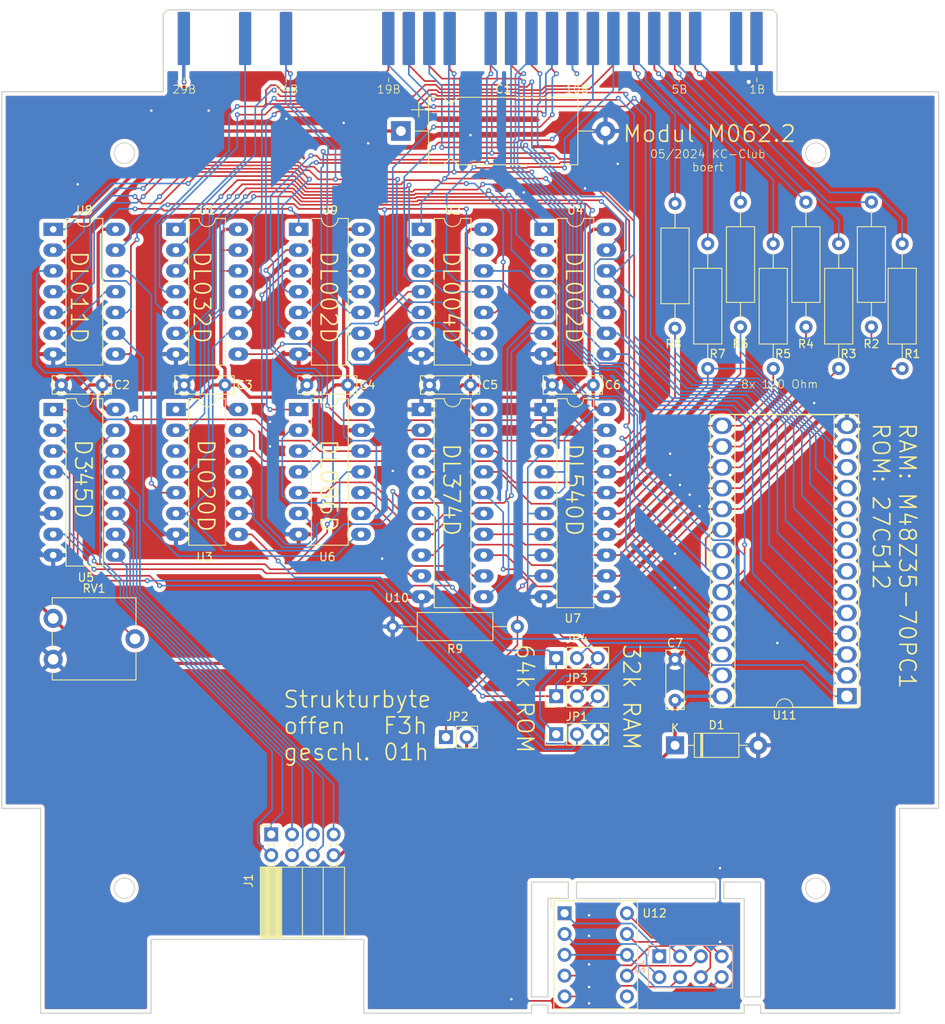
<source format=kicad_pcb>
(kicad_pcb (version 20240108) (generator "pcbnew") (generator_version "8.0")
  (title_block (title "M062.2") (date "13.5.24") (rev "2") (company "KC-Club") (comment 1 "boert"))
  (layers (0 "F.Cu" signal) (31 "B.Cu" signal) (34 "B.Paste" user) (35 "F.Paste" user) (36 "B.SilkS" user "B.Silkscreen") (37 "F.SilkS" user "F.Silkscreen") (38 "B.Mask" user) (39 "F.Mask" user) (44 "Edge.Cuts" user))
  (net 0 "")
  (net 1 "GND")
  (net 2 "+5V")
  (net 3 "/AD15")
  (net 4 "Net-(JP1-C)")
  (net 5 "Net-(JP2-A)")
  (net 6 "/AD14")
  (net 7 "/~{RAM_WR}")
  (net 8 "Net-(JP3-C)")
  (net 9 "Net-(JP4-C)")
  (net 10 "D7")
  (net 11 "Net-(X1-DB7)")
  (net 12 "Net-(X1-DB6)")
  (net 13 "D5")
  (net 14 "Net-(X1-DB5)")
  (net 15 "Net-(X1-DB4)")
  (net 16 "D4")
  (net 17 "Net-(X1-DB3)")
  (net 18 "D3")
  (net 19 "Net-(X1-DB2)")
  (net 20 "D2")
  (net 21 "Net-(X1-DB1)")
  (net 22 "D1")
  (net 23 "Net-(X1-DB0)")
  (net 24 "D0")
  (net 25 "~{IORQ}")
  (net 27 "Net-(U1C-A3)")
  (net 28 "~{MAD}")
  (net 29 "Net-(U1A-Y1)")
  (net 30 "/~{STRUCT}")
  (net 31 "A1")
  (net 32 "~{RD}")
  (net 33 "A0")
  (net 34 "Net-(U1B-Y2)")
  (net 35 "Net-(U2E-Y5)")
  (net 36 "Net-(U2A-Y1)")
  (net 37 "Net-(U2C-Y3)")
  (net 38 "A15")
  (net 39 "Net-(U2B-Y2)")
  (net 40 "MEI")
  (net 41 "~{WR}")
  (net 42 "A6")
  (net 43 "~{MREQ}")
  (net 44 "Net-(U2D-Y4)")
  (net 45 "Net-(U2F-A6)")
  (net 46 "/~{CS}")
  (net 47 "/ctrl1")
  (net 48 "Net-(U3A-B1)")
  (net 50 "Net-(U3A-A1)")
  (net 51 "Net-(U3A-D1)")
  (net 52 "Net-(U3A-C1)")
  (net 54 "A5")
  (net 55 "/Latch")
  (net 56 "A3")
  (net 57 "A2")
  (net 58 "A4")
  (net 59 "/SEG_on")
  (net 60 "/AD13")
  (net 61 "Net-(U5A-RV)")
  (net 63 "/ctrl6")
  (net 64 "/ctrl5")
  (net 65 "/ctrl0")
  (net 66 "Net-(U6A-Y1)")
  (net 67 "/ctrl7")
  (net 68 "Net-(U6B-Y2)")
  (net 69 "A13")
  (net 70 "Net-(U6C-Y3)")
  (net 71 "A14")
  (net 72 "D6")
  (net 73 "Net-(U8B-Y2)")
  (net 74 "Net-(U8C-B3)")
  (net 75 "Net-(U8A-C1)")
  (net 76 "A7")
  (net 77 "MEO")
  (net 78 "A8")
  (net 79 "A9")
  (net 81 "A12")
  (net 82 "A11")
  (net 83 "A10")
  (net 84 "IEI-IEO")
  (net 85 "/fo")
  (net 86 "/do")
  (net 87 "/bo")
  (net 88 "/go")
  (net 89 "/co")
  (net 90 "/ao")
  (net 91 "/eo")
  (net 92 "Net-(J2-Pin_8)")
  (net 93 "/bi")
  (net 94 "/fi")
  (net 95 "/ci")
  (net 96 "/ei")
  (net 97 "/gi")
  (net 98 "/di")
  (net 99 "/ai")
  (footprint "Potentiometer_THT:Potentiometer_ACP_CA9-V10_Vertical" (layer "F.Cu") (at 101 120.5)
    (property "Reference" "RV1")
    (property "Value" "50k")
  )
  (footprint "Package_DIP:DIP-14_W7.62mm_LongPads" (layer "F.Cu") (at 116 68)
    (property "Reference" "U1")
    (property "Value" "DL032D")
  )
  (footprint "Resistor_THT:R_Axial_DIN0309_L9.0mm_D3.2mm_P15.24mm_Horizontal" (layer "F.Cu") (at 185 64.68 -90)
    (property "Reference" "R6")
    (property "Value" "120")
  )
  (footprint "Resistor_THT:R_Axial_DIN0309_L9.0mm_D3.2mm_P15.24mm_Horizontal" (layer "F.Cu") (at 197 85 90)
    (property "Reference" "R3")
    (property "Value" "120")
  )
  (footprint "Capacitor_THT:CP_Axial_L18.0mm_D8.0mm_P25.00mm_Horizontal" (layer "F.Cu") (at 143.5 56)
    (property "Reference" "C1")
    (property "Value" "22µF")
  )
  (footprint "pcb_kicad:KC85_Modul_M062" (layer "F.Cu") (at 114.46 51.2)
    (property "Reference" "X1" (hide yes))
    (property "Value" "KC85_Modulsteckverbinder_M062" (hide yes))
    (fp_line (start -19.75 0) (end -19.75 87.5) (stroke (width 0.15)) (layer "Edge.Cuts"))
    (fp_line (start -15 87.5) (end -19.75 87.5) (stroke (width 0.15)) (layer "Edge.Cuts"))
    (fp_line (start -15 87.5) (end -15 112.5) (stroke (width 0.15)) (layer "Edge.Cuts"))
    (fp_line (start -1.5 103.5) (end -1.5 112.5) (stroke (width 0.15)) (layer "Edge.Cuts"))
    (fp_line (start -1.5 103.5) (end 24.5 103.5) (stroke (width 0.15)) (layer "Edge.Cuts"))
    (fp_line (start -1.5 112.5) (end -15 112.5) (stroke (width 0.15)) (layer "Edge.Cuts"))
    (fp_line (start 0 -9.5) (end 0.5 -10) (stroke (width 0.15)) (layer "Edge.Cuts"))
    (fp_line (start 0 0) (end -19.75 0) (stroke (width 0.15)) (layer "Edge.Cuts"))
    (fp_line (start 0 0) (end 0 -9.5) (stroke (width 0.15)) (layer "Edge.Cuts"))
    (fp_line (start 0.5 -10) (end 74.5 -10) (stroke (width 0.15)) (layer "Edge.Cuts"))
    (fp_line (start 24.5 103.5) (end 24.5 112.5) (stroke (width 0.15)) (layer "Edge.Cuts"))
    (fp_line (start 45 96.5) (end 45 110.5) (stroke (width 0.15)) (layer "Edge.Cuts"))
    (fp_line (start 45 110.5) (end 47 110.5) (stroke (width 0.15)) (layer "Edge.Cuts"))
    (fp_line (start 45 111.5) (end 45 112.5) (stroke (width 0.15)) (layer "Edge.Cuts"))
    (fp_line (start 45 111.5) (end 47 111.5) (stroke (width 0.15)) (layer "Edge.Cuts"))
    (fp_line (start 45 112.5) (end 24.5 112.5) (stroke (width 0.15)) (layer "Edge.Cuts"))
    (fp_line (start 47 98.5) (end 47 110.5) (stroke (width 0.15)) (layer "Edge.Cuts"))
    (fp_line (start 47 111.5) (end 47 112.5) (stroke (width 0.15)) (layer "Edge.Cuts"))
    (fp_line (start 49.5 96.5) (end 45 96.5) (stroke (width 0.15)) (layer "Edge.Cuts"))
    (fp_line (start 49.5 96.5) (end 49.5 98.5) (stroke (width 0.15)) (layer "Edge.Cuts"))
    (fp_line (start 49.5 98.5) (end 47 98.5) (stroke (width 0.15)) (layer "Edge.Cuts"))
    (fp_line (start 50.5 96.5) (end 50.5 98.5) (stroke (width 0.15)) (layer "Edge.Cuts"))
    (fp_line (start 50.5 96.5) (end 67.5 96.5) (stroke (width 0.15)) (layer "Edge.Cuts"))
    (fp_line (start 50.5 98.5) (end 67.5 98.5) (stroke (width 0.15)) (layer "Edge.Cuts"))
    (fp_line (start 67.5 98.5) (end 67.5 96.5) (stroke (width 0.15)) (layer "Edge.Cuts"))
    (fp_line (start 68.5 96.5) (end 73 96.5) (stroke (width 0.15)) (layer "Edge.Cuts"))
    (fp_line (start 68.5 98.5) (end 68.5 96.5) (stroke (width 0.15)) (layer "Edge.Cuts"))
    (fp_line (start 68.5 98.5) (end 71 98.5) (stroke (width 0.15)) (layer "Edge.Cuts"))
    (fp_line (start 71 98.5) (end 71 110.5) (stroke (width 0.15)) (layer "Edge.Cuts"))
    (fp_line (start 71 110.5) (end 73 110.5) (stroke (width 0.15)) (layer "Edge.Cuts"))
    (fp_line (start 71 111.5) (end 71 112.5) (stroke (width 0.15)) (layer "Edge.Cuts"))
    (fp_line (start 71 111.5) (end 73 111.5) (stroke (width 0.15)) (layer "Edge.Cuts"))
    (fp_line (start 71 112.5) (end 47 112.5) (stroke (width 0.15)) (layer "Edge.Cuts"))
    (fp_line (start 73 96.5) (end 73 110.5) (stroke (width 0.15)) (layer "Edge.Cuts"))
    (fp_line (start 73 111.5) (end 73 112.5) (stroke (width 0.15)) (layer "Edge.Cuts"))
    (fp_line (start 75 -9.5) (end 74.5 -10) (stroke (width 0.15)) (layer "Edge.Cuts"))
    (fp_line (start 75 -9.5) (end 75 0) (stroke (width 0.15)) (layer "Edge.Cuts"))
    (fp_line (start 75 0) (end 94.75 0) (stroke (width 0.15)) (layer "Edge.Cuts"))
    (fp_line (start 90 87.5) (end 90 112.5) (stroke (width 0.15)) (layer "Edge.Cuts"))
    (fp_line (start 90 112.5) (end 73 112.5) (stroke (width 0.15)) (layer "Edge.Cuts"))
    (fp_line (start 94.75 0) (end 94.75 87.5) (stroke (width 0.15)) (layer "Edge.Cuts"))
    (fp_line (start 94.75 87.5) (end 90 87.5) (stroke (width 0.15)) (layer "Edge.Cuts"))
    (fp_circle (center -4.75 7.5) (end -3.5 7.5) (stroke (width 0.12)) (fill none) (layer "Edge.Cuts"))
    (fp_circle (center -4.75 97.25) (end -3.5 97.25) (stroke (width 0.12)) (fill none) (layer "Edge.Cuts"))
    (fp_circle (center 79.75 7.5) (end 81 7.5) (stroke (width 0.12)) (fill none) (layer "Edge.Cuts"))
    (fp_circle (center 79.75 97.25) (end 81 97.25) (stroke (width 0.12)) (fill none) (layer "Edge.Cuts"))
  )
  (footprint "Resistor_THT:R_Axial_DIN0309_L9.0mm_D3.2mm_P15.24mm_Horizontal" (layer "F.Cu") (at 157.74 116.5 180)
    (property "Reference" "R9")
    (property "Value" "10k")
  )
  (footprint "Resistor_THT:R_Axial_DIN0309_L9.0mm_D3.2mm_P15.24mm_Horizontal" (layer "F.Cu") (at 181 85 90)
    (property "Reference" "R7")
    (property "Value" "120")
  )
  (footprint "Display_7Segment:Sx39-1xxxxx" (layer "F.Cu") (at 163.5 151.5)
    (property "Reference" "U12")
    (property "Value" "SA39-11GWA")
  )
  (footprint "Package_DIP:DIP-28_W15.24mm_Socket_LongPads" (layer "F.Cu") (at 198 125 180)
    (property "Reference" "U11")
    (property "Value" "U27512")
  )
  (footprint "Resistor_THT:R_Axial_DIN0309_L9.0mm_D3.2mm_P15.24mm_Horizontal" (layer "F.Cu") (at 204.76 85 90)
    (property "Reference" "R1")
    (property "Value" "120")
  )
  (footprint "Resistor_THT:R_Axial_DIN0309_L9.0mm_D3.2mm_P15.24mm_Horizontal" (layer "F.Cu") (at 201 64.68 -90)
    (property "Reference" "R2")
    (property "Value" "120")
  )
  (footprint "Package_DIP:DIP-14_W7.62mm_LongPads" (layer "F.Cu") (at 131 68)
    (property "Reference" "U9")
    (property "Value" "DL002D")
  )
  (footprint "Connector_PinHeader_2.54mm:PinHeader_1x03_P2.54mm_Vertical" (layer "F.Cu") (at 162.475 120.35 90)
    (property "Reference" "JP4")
    (property "Value" "Pin1")
  )
  (footprint "Package_DIP:DIP-14_W7.62mm_LongPads" (layer "F.Cu") (at 146 68)
    (property "Reference" "U2")
    (property "Value" "DL004D")
  )
  (footprint "Diode_THT:D_DO-41_SOD81_P10.16mm_Horizontal" (layer "F.Cu") (at 177 131)
    (property "Reference" "D1")
    (property "Value" "1N5817")
  )
  (footprint "Capacitor_THT:C_Rect_L7.0mm_W2.0mm_P5.00mm" (layer "F.Cu") (at 177 125.5 90)
    (property "Reference" "C7")
    (property "Value" "100n")
  )
  (footprint "Package_DIP:DIP-14_W7.62mm_LongPads" (layer "F.Cu") (at 116 90)
    (property "Reference" "U3")
    (property "Value" "DL020D")
  )
  (footprint "Connector_PinHeader_2.54mm:PinHeader_1x02_P2.54mm_Vertical" (layer "F.Cu") (at 149 130 90)
    (property "Reference" "JP2")
    (property "Value" "F3h/01h")
  )
  (footprint "Capacitor_THT:C_Rect_L7.0mm_W2.0mm_P5.00mm" (layer "F.Cu") (at 152 87 180)
    (property "Reference" "C5")
    (property "Value" "100n")
  )
  (footprint "Connector_PinSocket_2.54mm:PinSocket_2x04_P2.54mm_Horizontal" (layer "F.Cu") (at 127.65 141.875 90)
    (property "Reference" "J1")
    (property "Value" "7-Segment (out)")
  )
  (footprint "Package_DIP:DIP-16_W7.62mm_LongPads" (layer "F.Cu") (at 101 90)
    (property "Reference" "U5")
    (property "Value" "D346D")
  )
  (footprint "Resistor_THT:R_Axial_DIN0309_L9.0mm_D3.2mm_P15.24mm_Horizontal" (layer "F.Cu") (at 193 64.68 -90)
    (property "Reference" "R4")
    (property "Value" "120")
  )
  (footprint "Capacitor_THT:C_Rect_L7.0mm_W2.0mm_P5.00mm" (layer "F.Cu") (at 107 87 180)
    (property "Reference" "C2")
    (property "Value" "100n")
  )
  (footprint "Package_DIP:DIP-14_W7.62mm_LongPads" (layer "F.Cu") (at 101 68)
    (property "Reference" "U8")
    (property "Value" "DL011D")
  )
  (footprint "Resistor_THT:R_Axial_DIN0309_L9.0mm_D3.2mm_P15.24mm_Horizontal" (layer "F.Cu") (at 177 64.84 -90)
    (property "Reference" "R8")
    (property "Value" "120")
  )
  (footprint "Package_DIP:DIP-20_W7.62mm_LongPads" (layer "F.Cu") (at 161 90)
    (property "Reference" "U7")
    (property "Value" "DL540D")
  )
  (footprint "Resistor_THT:R_Axial_DIN0309_L9.0mm_D3.2mm_P15.24mm_Horizontal" (layer "F.Cu") (at 189 85 90)
    (property "Reference" "R5")
    (property "Value" "120")
  )
  (footprint "Capacitor_THT:C_Rect_L7.0mm_W2.0mm_P5.00mm" (layer "F.Cu") (at 167 87 180)
    (property "Reference" "C6")
    (property "Value" "100n")
  )
  (footprint "Capacitor_THT:C_Rect_L7.0mm_W2.0mm_P5.00mm" (layer "F.Cu") (at 122 87 180)
    (property "Reference" "C3")
    (property "Value" "100n")
  )
  (footprint "Package_DIP:DIP-14_W7.62mm_LongPads" (layer "F.Cu") (at 161 68)
    (property "Reference" "U4")
    (property "Value" "DL002D")
  )
  (footprint "Capacitor_THT:C_Rect_L7.0mm_W2.0mm_P5.00mm" (layer "F.Cu") (at 137 87 180)
    (property "Reference" "C4")
    (property "Value" "100n")
  )
  (footprint "Package_DIP:DIP-20_W7.62mm_LongPads" (layer "F.Cu") (at 146 90)
    (property "Reference" "U10")
    (property "Value" "DL374D")
  )
  (footprint "Connector_PinHeader_2.54mm:PinHeader_1x03_P2.54mm_Vertical" (layer "F.Cu") (at 162.475 129.65 90)
    (property "Reference" "JP1")
    (property "Value" "0-7/0-3")
  )
  (footprint "Connector_PinHeader_2.54mm:PinHeader_1x03_P2.54mm_Vertical" (layer "F.Cu") (at 162.475 125 90)
    (property "Reference" "JP3")
    (property "Value" "Pin27")
  )
  (footprint "Package_DIP:DIP-14_W7.62mm_LongPads" (layer "F.Cu") (at 131 90)
    (property "Reference" "U6")
    (property "Value" "DL086D")
  )
  (footprint "Connector_PinHeader_2.54mm:PinHeader_2x04_P2.54mm_Vertical" (layer "B.Cu") (at 175.08 156.76 -90)
    (property "Reference" "J2")
    (property "Value" "7-Segment (in)")
  )
  (gr_line (start 177.5 49.5) (end 177.5 50) (stroke (width 0.1)) (layer "F.SilkS"))
  (gr_line (start 129.5 49.5) (end 129.5 50) (stroke (width 0.1)) (layer "F.SilkS"))
  (gr_line (start 187 49.5) (end 187 50) (stroke (width 0.1)) (layer "F.SilkS"))
  (gr_line (start 117 49.5) (end 117 50) (stroke (width 0.1)) (layer "F.SilkS"))
  (gr_line (start 165 49.5) (end 165 50) (stroke (width 0.1)) (layer "F.SilkS"))
  (gr_line (start 142 49.5) (end 142 50) (stroke (width 0.1)) (layer "F.SilkS"))
  (gr_text "DL011D" (at 103 70.5 -90) (layer "F.SilkS") (effects (font (size 2 2) (thickness 0.2)) (justify left bottom)))
  (gr_text "DL002D" (at 163.5 70.5 -90) (layer "F.SilkS") (effects (font (size 2 2) (thickness 0.2)) (justify left bottom)))
  (gr_text "32k RAM" (at 170.5 118.5 -90) (layer "F.SilkS") (effects (font (size 2 2) (thickness 0.2)) (justify left bottom)))
  (gr_text "DL002D" (at 133.5 70.5 -90) (layer "F.SilkS") (effects (font (size 2 2) (thickness 0.2)) (justify left bottom)))
  (gr_text "10B" (at 163.5 51.5 0) (layer "F.SilkS") (effects (font (size 1 1) (thickness 0.1)) (justify left bottom)))
  (gr_text "8x 120 Ohm" (at 185 87.5 0) (layer "F.SilkS") (effects (font (size 1 1) (thickness 0.1)) (justify left bottom)))
  (gr_text "DL374D" (at 148.5 94 270) (layer "F.SilkS") (effects (font (size 2 2) (thickness 0.2)) (justify left bottom)))
  (gr_text "5B" (at 176.5 51.5 0) (layer "F.SilkS") (effects (font (size 1 1) (thickness 0.1)) (justify left bottom)))
  (gr_text "Strukturbyte\noffen   F3h\ngeschl. 01h" (at 129 133 0) (layer "F.SilkS") (effects (font (size 2 2) (thickness 0.2)) (justify left bottom)))
  (gr_text "D345D" (at 103.5 93.5 -90) (layer "F.SilkS") (effects (font (size 2 2) (thickness 0.2)) (justify left bottom)))
  (gr_text "29B" (at 115.5 51.5 0) (layer "F.SilkS") (effects (font (size 1 1) (thickness 0.1)) (justify left bottom)))
  (gr_text "24B" (at 128 51.5 0) (layer "F.SilkS") (effects (font (size 1 1) (thickness 0.1)) (justify left bottom)))
  (gr_text "05/2024 KC-Club\nboert" (at 181 61 0) (layer "F.SilkS") (effects (font (size 1 1) (thickness 0.1)) (justify bottom)))
  (gr_text "DL004D" (at 148.5 70.5 -90) (layer "F.SilkS") (effects (font (size 2 2) (thickness 0.2)) (justify left bottom)))
  (gr_text "DL540D" (at 163.5 94 -90) (layer "F.SilkS") (effects (font (size 2 2) (thickness 0.2)) (justify left bottom)))
  (gr_text "RAM: M48Z35-70PC1\nROM: 27C512" (at 201 91.5 -90) (layer "F.SilkS") (effects (font (size 2 2) (thickness 0.2)) (justify left bottom)))
  (gr_text "19B" (at 140.5 51.5 0) (layer "F.SilkS") (effects (font (size 1 1) (thickness 0.1)) (justify left bottom)))
  (gr_text "DL032D" (at 118 70.5 -90) (layer "F.SilkS") (effects (font (size 2 2) (thickness 0.2)) (justify left bottom)))
  (gr_text "DL020D" (at 118.5 93.5 -90) (layer "F.SilkS") (effects (font (size 2 2) (thickness 0.2)) (justify left bottom)))
  (gr_text "64k ROM" (at 157.5 118.5 -90) (layer "F.SilkS") (effects (font (size 2 2) (thickness 0.2)) (justify left bottom)))
  (gr_text "DL086D" (at 133.5 93.5 -90) (layer "F.SilkS") (effects (font (size 2 2) (thickness 0.2)) (justify left bottom)))
  (gr_text "1B" (at 186 51.5 0) (layer "F.SilkS") (effects (font (size 1 1) (thickness 0.1)) (justify left bottom)))
  (gr_text "Modul M062.2" (at 170.5 57.5 0) (layer "F.SilkS") (effects (font (size 2 2) (thickness 0.2)) (justify left bottom)))
  (segment (start 147 87) (end 148 86) (width 0.4) (layer "F.Cu") (net 1))
  (segment (start 186.5 124.5) (end 184 127) (width 0.4) (layer "F.Cu") (net 1))
  (segment (start 110 66.4) (end 118 66.4) (width 0.4) (layer "F.Cu") (net 1))
  (segment (start 196.42 91.98) (end 186.5 101.9) (width 0.4) (layer "F.Cu") (net 1))
  (segment (start 161 56.5) (end 161.5 56) (width 0.4) (layer "F.Cu") (net 1))
  (segment (start 117.76 83.24) (end 118 83) (width 0.4) (layer "F.Cu") (net 1))
  (segment (start 103 71) (end 103 83) (width 0.4) (layer "F.Cu") (net 1))
  (segment (start 184 127) (end 181.5 127) (width 0.4) (layer "F.Cu") (net 1))
  (segment (start 146 83.24) (end 147.76 83.24) (width 0.4) (layer "F.Cu") (net 1))
  (segment (start 186.5 101.9) (end 186.5 124.5) (width 0.4) (layer "F.Cu") (net 1))
  (segment (start 161.9 162.2) (end 157.2 162.2) (width 0.2) (layer "F.Cu") (net 1))
  (segment (start 116 83.24) (end 117.76 83.24) (width 0.4) (layer "F.Cu") (net 1))
  (segment (start 186.96 49.04) (end 186 50) (width 0.4) (layer "F.Cu") (net 1))
  (segment (start 178.5 124) (end 178.5 122) (width 0.4) (layer "F.Cu") (net 1))
  (segment (start 148 86) (end 148 83) (width 0.4) (layer "F.Cu") (net 1))
  (segment (start 161.5 56) (end 180 56) (width 0.4) (layer "F.Cu") (net 1))
  (segment (start 165.5 162.5) (end 164.9 163.1) (width 0.2) (layer "F.Cu") (net 1))
  (segment (start 101 111) (end 101 107.78) (width 0.4) (layer "F.Cu") (net 1))
  (segment (start 110 120) (end 101 111) (width 0.4) (layer "F.Cu") (net 1))
  (segment (start 118 86) (end 118 83) (width 0.4) (layer "F.Cu") (net 1))
  (segment (start 148 83) (end 148 66.4) (width 0.4) (layer "F.Cu") (net 1))
  (segment (start 132.76 83.24) (end 133 83) (width 0.4) (layer "F.Cu") (net 1))
  (segment (start 162.4 66.4) (end 163 67) (width 0.4) (layer "F.Cu") (net 1))
  (segment (start 140.4 120) (end 110 120) (width 0.4) (layer "F.Cu") (net 1))
  (segment (start 118 66.4) (end 133 66.4) (width 0.4) (layer "F.Cu") (net 1))
  (segment (start 101 83.24) (end 102.76 83.24) (width 0.4) (layer "F.Cu") (net 1))
  (segment (start 147 56.5) (end 152 56.5) (width 0.4) (layer "F.Cu") (net 1))
  (segment (start 140 58) (end 145.5 58) (width 0.4) (layer "F.Cu") (net 1))
  (segment (start 198 91.98) (end 196.42 91.98) (width 0.4) (layer "F.Cu") (net 1))
  (segment (start 116 57.5) (end 115.75 57.75) (width 0.4) (layer "F.Cu") (net 1))
  (segment (start 110 66.4) (end 107.6 66.4) (width 0.4) (layer "F.Cu") (net 1))
  (segment (start 107.6 66.4) (end 103 71) (width 0.4) (layer "F.Cu") (net 1))
  (segment (start 111.3 62.2) (end 115.75 57.75) (width 0.4) (layer "F.Cu") (net 1))
  (segment (start 103 86) (end 102 87) (width 0.4) (layer "F.Cu") (net 1))
  (segment (start 161 83.24) (end 162.76 83.24) (width 0.4) (layer "F.Cu") (net 1))
  (segment (start 110 63.5) (end 110 66.4) (width 0.4) (layer "F.Cu") (net 1))
  (segment (start 163 67) (end 163 83) (width 0.4) (layer "F.Cu") (net 1))
  (segment (start 145.5 58) (end 147 56.5) (width 0.4) (layer "F.Cu") (net 1))
  (segment (start 133 66.4) (end 133.099997 66.499997) (width 0.4) (layer "F.Cu") (net 1))
  (segment (start 142.5 117.9) (end 140.4 120) (width 0.4) (layer "F.Cu") (net 1))
  (segment (start 133 83) (end 133 66.4) (width 0.4) (layer "F.Cu") (net 1))
  (segment (start 139.5 57.5) (end 140 58) (width 0.4) (layer "F.Cu") (net 1))
  (segment (start 147.900003 66.499997) (end 148 66.4) (width 0.4) (layer "F.Cu") (net 1))
  (segment (start 102.76 83.24) (end 103 83) (width 0.4) (layer "F.Cu") (net 1))
  (segment (start 117 87) (end 118 86) (width 0.4) (layer "F.Cu") (net 1))
  (segment (start 166.5 162.5) (end 165.5 162.5) (width 0.2) (layer "F.Cu") (net 1))
  (segment (start 162.8 163.1) (end 161.9 162.2) (width 0.2) (layer "F.Cu") (net 1))
  (segment (start 111.3 62.2) (end 110 63.5) (width 0.4) (layer "F.Cu") (net 1))
  (segment (start 103 83) (end 103 86) (width 0.4) (layer "F.Cu") (net 1))
  (segment (start 186.96 44.7) (end 186.96 49.04) (width 0.4) (layer "F.Cu") (net 1))
  (segment (start 147.76 83.24) (end 148 83) (width 0.4) (layer "F.Cu") (net 1))
  (segment (start 180 56) (end 186 50) (width 0.4) (layer "F.Cu") (net 1))
  (segment (start 139.5 57.5) (end 116 57.5) (width 0.4) (layer "F.Cu") (net 1))
  (segment (start 152 56.5) (end 161 56.5) (width 0.4) (layer "F.Cu") (net 1))
  (segment (start 133 86) (end 133 83) (width 0.4) (layer "F.Cu") (net 1))
  (segment (start 132 87) (end 133 86) (width 0.4) (layer "F.Cu") (net 1))
  (segment (start 181.5 127) (end 178.5 124) (width 0.4) (layer "F.Cu") (net 1))
  (segment (start 178.5 122) (end 177 120.5) (width 0.4) (layer "F.Cu") (net 1))
  (segment (start 133.099997 66.499997) (end 147.900003 66.499997) (width 0.4) (layer "F.Cu") (net 1))
  (segment (start 131 83.24) (end 132.76 83.24) (width 0.4) (layer "F.Cu") (net 1))
  (segment (start 142.5 116.5) (end 142.5 117.9) (width 0.4) (layer "F.Cu") (net 1))
  (segment (start 163 86) (end 162 87) (width 0.4) (layer "F.Cu") (net 1))
  (segment (start 157.2 162.2) (end 157 162) (width 0.2) (layer "F.Cu") (net 1))
  (segment (start 148 66.4) (end 162.4 66.4) (width 0.4) (layer "F.Cu") (net 1))
  (segment (start 163 83) (end 163 86) (width 0.4) (layer "F.Cu") (net 1))
  (segment (start 164.9 163.1) (end 162.8 163.1) (width 0.2) (layer "F.Cu") (net 1))
  (segment (start 118 83) (end 118 66.4) (width 0.4) (layer "F.Cu") (net 1))
  (segment (start 162.76 83.24) (end 163 83) (width 0.4) (layer "F.Cu") (net 1))
  (via (at 166.5 154.25) (size 0.6) (drill 0.3) (layers "F.Cu" "B.Cu") (net 1))
  (via (at 142.5 97.5) (size 0.6) (drill 0.3) (layers "F.Cu" "B.Cu") (net 1))
  (via (at 149.8 99.4) (size 0.6) (drill 0.3) (layers "F.Cu" "B.Cu") (net 1))
  (via (at 127.5 94.5) (size 0.6) (drill 0.3) (layers "F.Cu" "B.Cu") (net 1))
  (via (at 180 101.8) (size 0.6) (drill 0.3) (layers "F.Cu" "B.Cu") (net 1))
  (via (at 166.5 157.75) (size 0.6) (drill 0.3) (layers "F.Cu" "B.Cu") (net 1))
  (via (at 177 111.75) (size 0.6) (drill 0.3) (layers "F.Cu" "B.Cu") (net 1))
  (via (at 129.5 54.5) (size 0.6) (drill 0.3) (layers "F.Cu" "B.Cu") (net 1))
  (via (at 177.6 99.2) (size 0.6) (drill 0.3) (layers "F.Cu" "B.Cu") (net 1))
  (via (at 152 56.5) (size 0.6) (drill 0.3) (layers "F.Cu" "B.Cu") (net 1))
  (via (at 104 62.5) (size 0.6) (drill 0.3) (layers "F.Cu" "B.Cu") (net 1))
  (via (at 186 50) (size 0.8) (drill 0.5) (layers "F.Cu" "B.Cu") (net 1))
  (via (at 136.5 55) (size 0.6) (drill 0.3) (layers "F.Cu" "B.Cu") (net 1))
  (via (at 113 53.5) (size 0.6) (drill 0.3) (layers "F.Cu" "B.Cu") (net 1))
  (via (at 176.4 98) (size 0.6) (drill 0.3) (layers "F.Cu" "B.Cu") (net 1))
  (via (at 194 89.2) (size 0.6) (drill 0.3) (layers "F.Cu" "B.Cu") (net 1))
  (via (at 157 162) (size 0.6) (drill 0.3) (layers "F.Cu" "B.Cu") (net 1))
  (via (at 127.5 91.5) (size 0.6) (drill 0.3) (layers "F.Cu" "B.Cu") (net 1))
  (via (at 158.5 63.5) (size 0.6) (drill 0.3) (layers "F.Cu" "B.Cu") (net 1))
  (via (at 105 97.5) (size 0.6) (drill 0.3) (layers "F.Cu" "B.Cu") (net 1))
  (via (at 182.5 155) (size 0.6) (drill 0.3) (layers "F.Cu" "B.Cu") (net 1))
  (via (at 177 107.6) (size 0.6) (drill 0.3) (layers "F.Cu" "B.Cu") (net 1))
  (via (at 166.5 151.75) (size 0.6) (drill 0.3) (layers "F.Cu" "B.Cu") (net 1))
  (via (at 139.5 57.5) (size 0.6) (drill 0.3) (layers "F.Cu" "B.Cu") (net 1))
  (via (at 170 60) (size 0.6) (drill 0.3) (layers "F.Cu" "B.Cu") (net 1))
  (via (at 189.5 118.5) (size 0.6) (drill 0.3) (layers "F.Cu" "B.Cu") (net 1))
  (via (at 178.8 100.4) (size 0.6) (drill 0.3) (layers "F.Cu" "B.Cu") (net 1))
  (via (at 120 53.5) (size 0.6) (drill 0.3) (layers "F.Cu" "B.Cu") (net 1))
  (via (at 141.2 108.2) (size 0.6) (drill 0.3) (layers "F.Cu" "B.Cu") (net 1))
  (via (at 166.5 162.5) (size 0.6) (drill 0.3) (layers "F.Cu" "B.Cu") (net 1))
  (via (at 166.5 160.5) (size 0.6) (drill 0.3) (layers "F.Cu" "B.Cu") (net 1))
  (via (at 176.4 95.4) (size 0.6) (drill 0.3) (layers "F.Cu" "B.Cu") (net 1))
  (via (at 166 63) (size 0.6) (drill 0.3) (layers "F.Cu" "B.Cu") (net 1))
  (via (at 182.5 146) (size 0.6) (drill 0.3) (layers "F.Cu" "B.Cu") (net 1))
  (segment (start 161 112.86) (end 158.278975 112.86) (width 0.4) (layer "B.Cu") (net 1))
  (segment (start 161 90) (end 159 90) (width 0.2) (layer "B.Cu") (net 1))
  (segment (start 143.5 111.36863) (end 143.5 92.5) (width 0.4) (layer "B.Cu") (net 1))
  (segment (start 159 90) (end 159 92.5) (width 0.4) (layer "B.Cu") (net 1))
  (segment (start 116 105.24) (end 114.74 105.24) (width 0.4) (layer "B.Cu") (net 1))
  (segment (start 167.6 131.2) (end 168.3 131.2) (width 0.4) (layer "B.Cu") (net 1))
  (segment (start 129.5 88.1) (end 130.9 88.1) (width 0.4) (layer "B.Cu") (net 1))
  (segment (start 130.9 88.1) (end 132 87) (width 0.4) (layer "B.Cu") (net 1))
  (segment (start 138.62 92.54) (end 143.46 92.54) (width 0.2) (layer "B.Cu") (net 1))
  (segment (start 146 90) (end 143.5 90) (width 0.2) (layer "B.Cu") (net 1))
  (segment (start 115.8 88.2) (end 117 87) (width 0.4) (layer "B.Cu") (net 1))
  (segment (start 167.555 131.155) (end 167.6 131.2) (width 0.4) (layer "B.Cu") (net 1))
  (segment (start 162 87) (end 161 88) (width 0.4) (layer "B.Cu") (net 1))
  (segment (start 184.46 44.7) (end 184.46 48.46) (width 0.4) (layer "B.Cu") (net 1))
  (segment (start 99.2 102.7) (end 99 102.5) (width 0.4) (layer "B.Cu") (net 1))
  (segment (start 144.99137 112.86) (end 143.5 111.36863) (width 0.4) (layer "B.Cu") (net 1))
  (segment (start 186.96 44.7) (end 186.96 49.04) (width 0.4) (layer "B.Cu") (net 1))
  (segment (start 114 104.5) (end 114 88.6) (width 0.4) (layer "B.Cu") (net 1))
  (segment (start 143.9 88.1) (end 145.9 88.1) (width 0.4) (layer "B.Cu") (net 1))
  (segment (start 159 95.848528) (end 158.1 96.748528) (width 0.4) (layer "B.Cu") (net 1))
  (segment (start 99 102.5) (end 99 88.6) (width 0.4) (layer "B.Cu") (net 1))
  (segment (start 157.353797 111.106394) (end 157.353797 111.934822) (width 0.4) (layer "B.Cu") (net 1))
  (segment (start 114.74 105.24) (end 114 104.5) (width 0.4) (layer "B.Cu") (net 1))
  (segment (start 161 88) (end 159 88) (width 0.4) (layer "B.Cu") (net 1))
  (segment (start 157.459487 112.040513) (end 157.459487 112.040512) (width 0.4) (layer "B.Cu") (net 1))
  (segment (start 101 107.78) (end 99.78 107.78) (width 0.4) (layer "B.Cu") (net 1))
  (segment (start 167.555 129.65) (end 167.555 131.155) (width 0.4) (layer "B.Cu") (net 1))
  (segment (start 184.46 48.46) (end 186 50) (width 0.4) (layer "B.Cu") (net 1))
  (segment (start 114 88.6) (end 114.4 88.2) (width 0.4) (layer "B.Cu") (net 1))
  (segment (start 182.5 146) (end 182.5 155) (width 0.2) (layer "B.Cu") (net 1))
  (segment (start 159.04 92.54) (end 159 92.5) (width 0.4) (layer "B.Cu") (net 1))
  (segment (start 99 107) (end 99 102.5) (width 0.4) (layer "B.Cu") (net 1))
  (segment (start 143.5 92.5) (end 143.5 90) (width 0.4) (layer "B.Cu") (net 1))
  (segment (start 128.4 89.2) (end 129.5 88.1) (width 0.4) (layer "B.Cu") (net 1))
  (segment (start 168.5 131) (end 167 132.5) (width 0.4) (layer "B.Cu") (net 1))
  (segment (start 158.1 96.748528) (end 158.1 110.360191) (width 0.4) (layer "B.Cu") (net 1))
  (segment (start 167 132.5) (end 157 132.5) (width 0.4) (layer "B.Cu") (net 1))
  (segment (start 172.5 127) (end 168.5 131) (width 0.4) (layer "B.Cu") (net 1))
  (segment (start 161 92.54) (end 159.04 92.54) (width 0.2) (layer "B.Cu") (net 1))
  (segment (start 157 132.5) (end 142.5 118) (width 0.4) (layer "B.Cu") (net 1))
  (segment (start 157.353797 111.934822) (end 157.459487 112.040513) (width 0.4) (layer "B.Cu") (net 1))
  (segment (start 159 88) (end 159 90) (width 0.4) (layer "B.Cu") (net 1))
  (segment (start 172.5 125) (end 172.5 127) (width 0.4) (layer "B.Cu") (net 1))
  (segment (start 114.4 88.2) (end 115.8 88.2) (width 0.4) (layer "B.Cu") (net 1))
  (segment (start 99.78 107.78) (end 99 107) (width 0.4) (layer "B.Cu") (net 1))
  (segment (start 131 105.24) (end 129.44 105.24) (width 0.4) (layer "B.Cu") (net 1))
  (segment (start 128.4 104.2) (end 128.4 89.2) (width 0.4) (layer "B.Cu") (net 1))
  (segment (start 101 102.7) (end 99.2 102.7) (width 0.4) (layer "B.Cu") (net 1))
  (segment (start 100.9 88.1) (end 102 87) (width 0.4) (layer "B.Cu") (net 1))
  (segment (start 158.278975 112.86) (end 157.459487 112.040513) (width 0.4) (layer "B.Cu") (net 1))
  (segment (start 143.5 88.5) (end 143.9 88.1) (width 0.4) (layer "B.Cu") (net 1))
  (segment (start 143.5 90) (end 143.5 88.5) (width 0.4) (layer "B.Cu") (net 1))
  (segment (start 177 120.5) (end 172.5 125) (width 0.4) (layer "B.Cu") (net 1))
  (segment (start 168.3 131.2) (end 168.5 131) (width 0.4) (layer "B.Cu") (net 1))
  (segment (start 143.46 92.54) (end 143.5 92.5) (width 0.4) (layer "B.Cu") (net 1))
  (segment (start 145.9 88.1) (end 147 87) (width 0.4) (layer "B.Cu") (net 1))
  (segment (start 129.44 105.24) (end 128.4 104.2) (width 0.4) (layer "B.Cu") (net 1))
  (segment (start 142.5 118) (end 142.5 116.5) (width 0.4) (layer "B.Cu") (net 1))
  (segment (start 99 88.6) (end 99.5 88.1) (width 0.4) (layer "B.Cu") (net 1))
  (segment (start 158.1 110.360191) (end 157.353797 111.106394) (width 0.4) (layer "B.Cu") (net 1))
  (segment (start 99.5 88.1) (end 100.9 88.1) (width 0.4) (layer "B.Cu") (net 1))
  (segment (start 159 92.5) (end 159 95.848528) (width 0.4) (layer "B.Cu") (net 1))
  (segment (start 146 112.86) (end 144.99137 112.86) (width 0.4) (layer "B.Cu") (net 1))
  (segment (start 186.96 49.04) (end 186 50) (width 0.4) (layer "B.Cu") (net 1))
  (segment (start 166.5 84.5) (end 166.5 68.5) (width 0.4) (layer "F.Cu") (net 2))
  (segment (start 116.96 44.7) (end 116.96 49.96) (width 0.4) (layer "F.Cu") (net 2))
  (segment (start 125 88.5) (end 134 88.5) (width 0.4) (layer "F.Cu") (net 2))
  (segment (start 123.62 68) (end 122 68) (width 0.4) (layer "F.Cu") (net 2))
  (segment (start 167 89.5) (end 167.5 90) (width 0.4) (layer "F.Cu") (net 2))
  (segment (start 138.5 87) (end 140 88.5) (width 0.4) (layer "F.Cu") (net 2))
  (segment (start 137.5 90) (end 137 89.5) (width 0.4) (layer "F.Cu") (net 2))
  (segment (start 136.58 73.08) (end 136.5 73) (width 0.4) (layer "F.Cu") (net 2))
  (segment (start 122.5 90) (end 122 89.5) (width 0.4) (layer "F.Cu") (net 2))
  (segment (start 108.62 90) (end 107.5 90) (width 0.4) (layer "F.Cu") (net 2))
  (segment (start 117 56) (end 117 55) (width 0.4) (layer "F.Cu") (net 2))
  (segment (start 177 125.5) (end 177 131) (width 0.4) (layer "F.Cu") (net 2))
  (segment (start 137 87) (end 137 85) (width 0.4) (layer "F.Cu") (net 2))
  (segment (start 106.5 84.5) (end 106.5 68.5) (width 0.4) (layer "F.Cu") (net 2))
  (segment (start 164.5 88.5) (end 166 87) (width 0.4) (layer "F.Cu") (net 2))
  (segment (start 105.5 66.5) (end 116 56) (width 0.4) (layer "F.Cu") (net 2))
  (segment (start 151 87) (end 152 87) (width 0.4) (layer "F.Cu") (net 2))
  (segment (start 117 55) (end 117 50) (width 0.4) (layer "F.Cu") (net 2))
  (segment (start 152.5 90) (end 152 89.5) (width 0.4) (layer "F.Cu") (net 2))
  (segment (start 137 89.5) (end 137 87) (width 0.4) (layer "F.Cu") (net 2))
  (segment (start 106.5 121) (end 140.5 121) (width 0.4) (layer "F.Cu") (net 2))
  (segment (start 107 85) (end 106.5 84.5) (width 0.4) (layer "F.Cu") (net 2))
  (segment (start 167 68) (end 168.62 68) (width 0.4) (layer "F.Cu") (net 2))
  (segment (start 167 85) (end 166.5 84.5) (width 0.4) (layer "F.Cu") (net 2))
  (segment (start 151.54 130) (end 151.54 132.46) (width 0.4) (layer "F.Cu") (net 2))
  (segment (start 107 87) (end 107 89.5) (width 0.4) (layer "F.Cu") (net 2))
  (segment (start 121.5 70.5) (end 121.5 73) (width 0.4) (layer "F.Cu") (net 2))
  (segment (start 99.5 66.5) (end 105.5 66.5) (width 0.4) (layer "F.Cu") (net 2))
  (segment (start 121.54 70.54) (end 121.5 70.5) (width 0.4) (layer "F.Cu") (net 2))
  (segment (start 107 87) (end 107 85) (width 0.4) (layer "F.Cu") (net 2))
  (segment (start 140.5 121) (end 146.5 127) (width 0.4) (layer "F.Cu") (net 2))
  (segment (start 122 89.5) (end 122 87) (width 0.4) (layer "F.Cu") (net 2))
  (segment (start 167.5 90) (end 168.62 90) (width 0.4) (layer "F.Cu") (net 2))
  (segment (start 136.5 84.5) (end 136.5 75.5) (width 0.4) (layer "F.Cu") (net 2))
  (segment (start 122 87) (end 122 85) (width 0.4) (layer "F.Cu") (net 2))
  (segment (start 135.5 87) (end 137 87) (width 0.4) (layer "F.Cu") (net 2))
  (segment (start 152 85) (end 151.5 84.5) (width 0.4) (layer "F.Cu") (net 2))
  (segment (start 120.5 87) (end 119 88.5) (width 0.4) (layer "F.Cu") (net 2))
  (segment (start 137 85) (end 136.5 84.5) (width 0.4) (layer "F.Cu") (net 2))
  (segment (start 136.085 144.415) (end 135.27 144.415) (width 0.4) (layer "F.Cu") (net 2))
  (segment (start 151.5 68.5) (end 152 68) (width 0.4) (layer "F.Cu") (net 2))
  (segment (start 97.5 68.5) (end 99.5 66.5) (width 0.4) (layer "F.Cu") (net 2))
  (segment (start 146.5 134) (end 136.085 144.415) (width 0.4) (layer "F.Cu") (net 2))
  (segment (start 121.5 68.5) (end 121.5 70.5) (width 0.4) (layer "F.Cu") (net 2))
  (segment (start 97.5 88.5) (end 97.5 112) (width 0.4) (layer "F.Cu") (net 2))
  (segment (start 152 87) (end 153 87) (width 0.4) (layer "F.Cu") (net 2))
  (segment (start 107.5 90) (end 107 89.5) (width 0.4) (layer "F.Cu") (net 2))
  (segment (start 138.62 73.08) (end 136.58 73.08) (width 0.2) (layer "F.Cu") (net 2))
  (segment (start 107 87) (end 108.5 87) (width 0.4) (layer "F.Cu") (net 2))
  (segment (start 152 87) (end 152 85) (width 0.4) (layer "F.Cu") (net 2))
  (segment (start 122 87) (end 120.5 87) (width 0.4) (layer "F.Cu") (net 2))
  (segment (start 152 89.5) (end 152 87) (width 0.4) (layer "F.Cu") (net 2))
  (segment (start 151.5 84.5) (end 151.5 68.5) (width 0.4) (layer "F.Cu") (net 2))
  (segment (start 175.5 132.5) (end 151.5 132.5) (width 0.4) (layer "F.Cu") (net 2))
  (segment (start 153 87) (end 154.5 88.5) (width 0.4) (layer "F.Cu") (net 2))
  (segment (start 119 88.5) (end 110 88.5) (width 0.4) (layer "F.Cu") (net 2))
  (segment (start 101 115.5) (end 106.5 121) (width 0.4) (layer "F.Cu") (net 2))
  (segment (start 107 87) (end 105.5 87) (width 0.4) (layer "F.Cu") (net 2))
  (segment (start 121.58 73.08) (end 121.5 73) (width 0.4) (layer "F.Cu") (net 2))
  (segment (start 146.5 127) (end 146.5 134) (width 0.4) (layer "F.Cu") (net 2))
  (segment (start 97.5 112) (end 101 115.5) (width 0.4) (layer "F.Cu") (net 2))
  (segment (start 138.62 75.62) (end 136.62 75.62) (width 0.2) (layer "F.Cu") (net 2))
  (segment (start 136.62 75.62) (end 136.5 75.5) (width 0.4) (layer "F.Cu") (net 2))
  (segment (start 107 68) (end 108.62 68) (width 0.4) (layer "F.Cu") (net 2))
  (segment (start 123.62 90) (end 122.5 90) (width 0.4) (layer "F.Cu") (net 2))
  (segment (start 136.5 75.5) (end 136.5 73) (width 0.4) (layer "F.Cu") (net 2))
  (segment (start 151.54 132.46) (end 151.5 132.5) (width 0.4) (layer "F.Cu") (net 2))
  (segment (start 108.5 87) (end 110 88.5) (width 0.4) (layer "F.Cu") (net 2))
  (segment (start 166 87) (end 167 87) (width 0.4) (layer "F.Cu") (net 2))
  (segment (start 121.5 73) (end 121.5 84.5) (width 0.4) (layer "F.Cu") (net 2))
  (segment (start 177 131) (end 175.5 132.5) (width 0.4) (layer "F.Cu") (net 2))
  (segment (start 123.62 70.54) (end 121.54 70.54) (width 0.2) (layer "F.Cu") (net 2))
  (segment (start 116.96 49.96) (end 117 50) (width 0.4) (layer "F.Cu") (net 2))
  (segment (start 134 88.5) (end 135.5 87) (width 0.4) (layer "F.Cu") (net 2))
  (segment (start 122 87) (end 123.5 87) (width 0.4) (layer "F.Cu") (net 2))
  (segment (start 149.5 88.5) (end 151 87) (width 0.4) (layer "F.Cu") (net 2))
  (segment (start 144 56) (end 117 56) (width 0.4) (layer "F.Cu") (net 2))
  (segment (start 123.62 73.08) (end 121.58 73.08) (width 0.2) (layer "F.Cu") (net 2))
  (segment (start 167 87) (end 167 89.5) (width 0.4) (layer "F.Cu") (net 2))
  (segment (start 137 68) (end 138.62 68) (width 0.4) (layer "F.Cu") (net 2))
  (segment (start 138.62 90) (end 137.5 90) (width 0.4) (layer "F.Cu") (net 2))
  (segment (start 154.5 88.5) (end 164.5 88.5) (width 0.4) (layer "F.Cu") (net 2))
  (segment (start 123.5 87) (end 125 88.5) (width 0.4) (layer "F.Cu") (net 2))
  (segment (start 117 56) (end 116 56) (width 0.4) (layer "F.Cu") (net 2))
  (segment (start 97.5 88.5) (end 104 88.5) (width 0.4) (layer "F.Cu") (net 2))
  (segment (start 106.5 68.5) (end 107 68) (width 0.4) (layer "F.Cu") (net 2))
  (segment (start 97.5 88.5) (end 97.5 68.5) (width 0.4) (layer "F.Cu") (net 2))
  (segment (start 146.5 132.5) (end 151.5 132.5) (width 0.4) (layer "F.Cu") (net 2))
  (segment (start 166.5 68.5) (end 167 68) (width 0.4) (layer "F.Cu") (net 2))
  (segment (start 136.5 68.5) (end 137 68) (width 0.4) (layer "F.Cu") (net 2))
  (segment (start 122 85) (end 121.5 84.5) (width 0.4) (layer "F.Cu") (net 2))
  (segment (start 152 68) (end 153.62 68) (width 0.4) (layer "F.Cu") (net 2))
  (segment (start 122 68) (end 121.5 68.5) (width 0.4) (layer "F.Cu") (net 2))
  (segment (start 140 88.5) (end 149.5 88.5) (width 0.4) (layer "F.Cu") (net 2))
  (segment (start 137 87) (end 138.5 87) (width 0.4) (layer "F.Cu") (net 2))
  (segment (start 153.62 90) (end 152.5 90) (width 0.4) (layer "F.Cu") (net 2))
  (segment (start 167 87) (end 167 85) (width 0.4) (layer "F.Cu") (net 2))
  (segment (start 105.5 87) (end 104 88.5) (width 0.4) (layer "F.Cu") (net 2))
  (segment (start 136.5 73) (end 136.5 68.5) (width 0.4) (layer "F.Cu") (net 2))
  (via (at 117 50) (size 0.6) (drill 0.3) (layers "F.Cu" "B.Cu") (net 2))
  (segment (start 116.96 49.96) (end 117 50) (width 0.4) (layer "B.Cu") (net 2))
  (segment (start 182.76 125) (end 178.5 125) (width 0.4) (layer "B.Cu") (net 2))
  (segment (start 178 125.5) (end 177 125.5) (width 0.4) (layer "B.Cu") (net 2))
  (segment (start 161 100.16) (end 162.84 100.16) (width 0.2) (layer "B.Cu") (net 2))
  (segment (start 162.84 100.16) (end 163.5 99.5) (width 0.2) (layer "B.Cu") (net 2))
  (segment (start 161 97.62) (end 163.5 97.62) (width 0.2) (layer "B.Cu") (net 2))
  (segment (start 163.5 99.5) (end 163.5 93.5) (width 0.2) (layer "B.Cu") (net 2))
  (segment (start 116.96 44.7) (end 116.96 49.96) (width 0.4) (layer "B.Cu") (net 2))
  (segment (start 163.5 93.5) (end 167 90) (width 0.2) (layer "B.Cu") (net 2))
  (segment (start 167 90) (end 168.62 90) (width 0.2) (layer "B.Cu") (net 2))
  (segment (start 178.5 125) (end 178 125.5) (width 0.4) (layer "B.Cu") (net 2))
  (segment (start 160.5 124) (end 162.475 122.025) (width 0.2) (layer "B.Cu") (net 3))
  (segment (start 162.475 129.65) (end 160.5 127.675) (width 0.2) (layer "B.Cu") (net 3))
  (segment (start 156.507309 119.4) (end 147.7 110.592691) (width 0.2) (layer "B.Cu") (net 3))
  (segment (start 162.475 122.025) (end 162.475 120.35) (width 0.2) (layer "B.Cu") (net 3))
  (segment (start 147.2 102.7) (end 146 102.7) (width 0.2) (layer "B.Cu") (net 3))
  (segment (start 160.5 127.675) (end 160.5 124) (width 0.2) (layer "B.Cu") (net 3))
  (segment (start 162.475 120.35) (end 161.525 119.4) (width 0.2) (layer "B.Cu") (net 3))
  (segment (start 147.7 110.592691) (end 147.7 103.2) (width 0.2) (layer "B.Cu") (net 3))
  (segment (start 161.525 119.4) (end 156.507309 119.4) (width 0.2) (layer "B.Cu") (net 3))
  (segment (start 147.7 103.2) (end 147.2 102.7) (width 0.2) (layer "B.Cu") (net 3))
  (segment (start 103.5 108.5) (end 103.5 93.5) (width 0.2) (layer "F.Cu") (net 4))
  (segment (start 105.9 110.9) (end 103.5 108.5) (width 0.2) (layer "F.Cu") (net 4))
  (segment (start 112.5 110.9) (end 105.9 110.9) (width 0.2) (layer "F.Cu") (net 4))
  (segment (start 103.5 93.5) (end 102.54 92.54) (width 0.2) (layer "F.Cu") (net 4))
  (segment (start 102.54 92.54) (end 101 92.54) (width 0.2) (layer "F.Cu") (net 4))
  (via (at 112.5 110.9) (size 0.6) (drill 0.3) (layers "F.Cu" "B.Cu") (net 4))
  (segment (start 161 131.5) (end 164.367081 131.5) (width 0.2) (layer "B.Cu") (net 4))
  (segment (start 112.5 110.9) (end 140.4 110.9) (width 0.2) (layer "B.Cu") (net 4))
  (segment (start 164.367081 131.5) (end 165.015 130.852081) (width 0.2) (layer "B.Cu") (net 4))
  (segment (start 165.015 130.852081) (end 165.015 129.65) (width 0.2) (layer "B.Cu") (net 4))
  (segment (start 140.4 110.9) (end 161 131.5) (width 0.2) (layer "B.Cu") (net 4))
  (segment (start 149 130) (end 149 127.5) (width 0.2) (layer "F.Cu") (net 5))
  (segment (start 157.74 118.76) (end 157.74 112.134405) (width 0.2) (layer "F.Cu") (net 5))
  (segment (start 157.74 112.134405) (end 158.353797 111.520608) (width 0.2) (layer "F.Cu") (net 5))
  (segment (start 149 127.5) (end 157.74 118.76) (width 0.2) (layer "F.Cu") (net 5))
  (via (at 158.353797 111.520608) (size 0.6) (drill 0.3) (layers "F.Cu" "B.Cu") (net 5))
  (segment (start 159 110.5) (end 159 110.874405) (width 0.2) (layer "B.Cu") (net 5))
  (segment (start 159.02 107.78) (end 159 107.8) (width 0.2) (layer "B.Cu") (net 5))
  (segment (start 161 107.78) (end 159.02 107.78) (width 0.2) (layer "B.Cu") (net 5))
  (segment (start 159.06 105.24) (end 159 105.3) (width 0.2) (layer "B.Cu") (net 5))
  (segment (start 159 97.08) (end 159 102.5) (width 0.2) (layer "B.Cu") (net 5))
  (segment (start 161 95.08) (end 159 97.08) (width 0.2) (layer "B.Cu") (net 5))
  (segment (start 159.08 110.32) (end 159 110.4) (width 0.2) (layer "B.Cu") (net 5))
  (segment (start 159 102.5) (end 159 103) (width 0.2) (layer "B.Cu") (net 5))
  (segment (start 159 110.874405) (end 158.353797 111.520608) (width 0.2) (layer "B.Cu") (net 5))
  (segment (start 161 105.24) (end 159.06 105.24) (width 0.2) (layer "B.Cu") (net 5))
  (segment (start 161 102.7) (end 159 102.7) (width 0.2) (layer "B.Cu") (net 5))
  (segment (start 159 105.5) (end 159 108) (width 0.2) (layer "B.Cu") (net 5))
  (segment (start 161 110.32) (end 159.08 110.32) (width 0.2) (layer "B.Cu") (net 5))
  (segment (start 159 108) (end 159 110.5) (width 0.2) (layer "B.Cu") (net 5))
  (segment (start 159 103) (end 159 105.5) (width 0.2) (layer "B.Cu") (net 5))
  (segment (start 102.5 90) (end 104 91.5) (width 0.2) (layer "F.Cu") (net 6))
  (segment (start 158.970001 110.970001) (end 157.5 109.5) (width 0.2) (layer "F.Cu") (net 6))
  (segment (start 163.295 117.795) (end 158.970001 113.470001) (width 0.2) (layer "F.Cu") (net 6))
  (segment (start 162.475 125) (end 153.5 125) (width 0.2) (layer "F.Cu") (net 6))
  (segment (start 112.8 110.3) (end 114 111.5) (width 0.2) (layer "F.Cu") (net 6))
  (segment (start 105.951471 110.3) (end 112.8 110.3) (width 0.2) (layer "F.Cu") (net 6))
  (segment (start 101 90) (end 102.5 90) (width 0.2) (layer "F.Cu") (net 6))
  (segment (start 104 91.5) (end 104 108.348529) (width 0.2) (layer "F.Cu") (net 6))
  (segment (start 158.970001 113.470001) (end 158.970001 110.970001) (width 0.2) (layer "F.Cu") (net 6))
  (segment (start 157.5 109.5) (end 156 109.5) (width 0.2) (layer "F.Cu") (net 6))
  (segment (start 104 108.348529) (end 105.951471 110.3) (width 0.2) (layer "F.Cu") (net 6))
  (segment (start 165 117.795) (end 163.295 117.795) (width 0.2) (layer "F.Cu") (net 6))
  (segment (start 167.555 120.35) (end 165 117.795) (width 0.2) (layer "F.Cu") (net 6))
  (via (at 156 109.5) (size 0.6) (drill 0.3) (layers "F.Cu" "B.Cu") (net 6))
  (via (at 114 111.5) (size 0.6) (drill 0.3) (layers "F.Cu" "B.Cu") (net 6))
  (via (at 153.5 125) (size 0.6) (drill 0.3) (layers "F.Cu" "B.Cu") (net 6))
  (segment (start 140 111.5) (end 153.5 125) (width 0.2) (layer "B.Cu") (net 6))
  (segment (start 153.62 100.16) (end 156 102.54) (width 0.2) (layer "B.Cu") (net 6))
  (segment (start 165.405 122.5) (end 167.555 120.35) (width 0.2) (layer "B.Cu") (net 6))
  (segment (start 163.5 122.5) (end 165.405 122.5) (width 0.2) (layer "B.Cu") (net 6))
  (segment (start 162.475 125) (end 162.475 123.525) (width 0.2) (layer "B.Cu") (net 6))
  (segment (start 156 102.54) (end 156 109.5) (width 0.2) (layer "B.Cu") (net 6))
  (segment (start 114 111.5) (end 140 111.5) (width 0.2) (layer "B.Cu") (net 6))
  (segment (start 162.475 123.525) (end 163.5 122.5) (width 0.2) (layer "B.Cu") (net 6))
  (segment (start 125.24 105.24) (end 123.62 105.24) (width 0.2) (layer "F.Cu") (net 7))
  (segment (start 128.5 108.5) (end 125.24 105.24) (width 0.2) (layer "F.Cu") (net 7))
  (via (at 128.5 108.5) (size 0.6) (drill 0.3) (layers "F.Cu" "B.Cu") (net 7))
  (segment (start 128.5 108.5) (end 130.5 110.5) (width 0.2) (layer "B.Cu") (net 7))
  (segment (start 163.865 130.435) (end 163.865 128.69) (width 0.2) (layer "B.Cu") (net 7))
  (segment (start 141 110.5) (end 161.3 130.8) (width 0.2) (layer "B.Cu") (net 7))
  (segment (start 163.5 130.8) (end 163.865 130.435) (width 0.2) (layer "B.Cu") (net 7))
  (segment (start 130.5 110.5) (end 141 110.5) (width 0.2) (layer "B.Cu") (net 7))
  (segment (start 163.865 128.69) (end 167.555 125) (width 0.2) (layer "B.Cu") (net 7))
  (segment (start 161.3 130.8) (end 163.5 130.8) (width 0.2) (layer "B.Cu") (net 7))
  (segment (start 181.46 122.46) (end 178 119) (width 0.2) (layer "B.Cu") (net 8))
  (segment (start 178 119) (end 171.015 119) (width 0.2) (layer "B.Cu") (net 8))
  (segment (start 171.015 119) (end 165.015 125) (width 0.2) (layer "B.Cu") (net 8))
  (segment (start 182.76 122.46) (end 181.46 122.46) (width 0.2) (layer "B.Cu") (net 8))
  (segment (start 196.5 125) (end 192.7 121.2) (width 0.2) (layer "B.Cu") (net 9))
  (segment (start 192.7 121.2) (end 181.2 121.2) (width 0.2) (layer "B.Cu") (net 9))
  (segment (start 178.5 118.5) (end 166.865 118.5) (width 0.2) (layer "B.Cu") (net 9))
  (segment (start 166.865 118.5) (end 165.015 120.35) (width 0.2) (layer "B.Cu") (net 9))
  (segment (start 181.2 121.2) (end 178.5 118.5) (width 0.2) (layer "B.Cu") (net 9))
  (segment (start 198 125) (end 196.5 125) (width 0.2) (layer "B.Cu") (net 9))
  (segment (start 164.1 111.6) (end 165.36 112.86) (width 0.2) (layer "F.Cu") (net 10))
  (segment (start 165.36 112.86) (end 168.62 112.86) (width 0.2) (layer "F.Cu") (net 10))
  (segment (start 202.131374 85) (end 184.991374 102.14) (width 0.2) (layer "F.Cu") (net 10))
  (segment (start 170.14 112.86) (end 180.86 102.14) (width 0.2) (layer "F.Cu") (net 10))
  (segment (start 168.62 112.86) (end 170.14 112.86) (width 0.2) (layer "F.Cu") (net 10))
  (segment (start 184.991374 102.14) (end 182.76 102.14) (width 0.2) (layer "F.Cu") (net 10))
  (segment (start 153.62 107.78) (end 156.345685 107.78) (width 0.2) (layer "F.Cu") (net 10))
  (segment (start 156.345685 107.78) (end 160.165685 111.6) (width 0.2) (layer "F.Cu") (net 10))
  (segment (start 160.165685 111.6) (end 164.1 111.6) (width 0.2) (layer "F.Cu") (net 10))
  (segment (start 180.86 102.14) (end 182.76 102.14) (width 0.2) (layer "F.Cu") (net 10))
  (segment (start 204.76 85) (end 202.131374 85) (width 0.2) (layer "F.Cu") (net 10))
  (segment (start 195.919239 63.5) (end 201.5 63.5) (width 0.2) (layer "B.Cu") (net 11))
  (segment (start 204.76 66.76) (end 204.76 69.76) (width 0.2) (layer "B.Cu") (net 11))
  (segment (start 179.46 47.040761) (end 195.919239 63.5) (width 0.2) (layer "B.Cu") (net 11))
  (segment (start 201.5 63.5) (end 204.76 66.76) (width 0.2) (layer "B.Cu") (net 11))
  (segment (start 179.46 44.7) (end 179.46 47.040761) (width 0.2) (layer "B.Cu") (net 11))
  (segment (start 179.46 48.46001) (end 179.99999 49) (width 0.2) (layer "F.Cu") (net 12))
  (segment (start 179.46 44.7) (end 179.46 48.46001) (width 0.2) (layer "F.Cu") (net 12))
  (via (at 179.99999 49) (size 0.6) (drill 0.3) (layers "F.Cu" "B.Cu") (net 12))
  (segment (start 201 64.68) (end 195.67999 64.68) (width 0.2) (layer "B.Cu") (net 12))
  (segment (start 195.67999 64.68) (end 179.99999 49) (width 0.2) (layer "B.Cu") (net 12))
  (segment (start 170.22 107.78) (end 180.94 97.06) (width 0.2) (layer "F.Cu") (net 13))
  (segment (start 165.78 107.78) (end 168.62 107.78) (width 0.2) (layer "F.Cu") (net 13))
  (segment (start 158.66 106.5) (end 164.5 106.5) (width 0.2) (layer "F.Cu") (net 13))
  (segment (start 180.94 97.06) (end 182.76 97.06) (width 0.2) (layer "F.Cu") (net 13))
  (segment (start 197 85) (end 184.94 97.06) (width 0.2) (layer "F.Cu") (net 13))
  (segment (start 184.94 97.06) (end 182.76 97.06) (width 0.2) (layer "F.Cu") (net 13))
  (segment (start 164.5 106.5) (end 165.78 107.78) (width 0.2) (layer "F.Cu") (net 13))
  (segment (start 168.62 107.78) (end 170.22 107.78) (width 0.2) (layer "F.Cu") (net 13))
  (segment (start 157.4 105.24) (end 158.66 106.5) (width 0.2) (layer "F.Cu") (net 13))
  (segment (start 153.62 105.24) (end 157.4 105.24) (width 0.2) (layer "F.Cu") (net 13))
  (segment (start 192.719241 63.3) (end 176.96 47.540759) (width 0.2) (layer "B.Cu") (net 14))
  (segment (start 197 69.76) (end 197 66.815686) (width 0.2) (layer "B.Cu") (net 14))
  (segment (start 176.96 47.540759) (end 176.96 44.7) (width 0.2) (layer "B.Cu") (net 14))
  (segment (start 193.484314 63.3) (end 192.719241 63.3) (width 0.2) (layer "B.Cu") (net 14))
  (segment (start 197 66.815686) (end 193.484314 63.3) (width 0.2) (layer "B.Cu") (net 14))
  (segment (start 176.96 44.7) (end 176.96 48.459996) (width 0.2) (layer "F.Cu") (net 15))
  (segment (start 176.96 48.459996) (end 177.5 48.999996) (width 0.2) (layer "F.Cu") (net 15))
  (via (at 177.5 48.999996) (size 0.6) (drill 0.3) (layers "F.Cu" "B.Cu") (net 15))
  (segment (start 177.5 49.18) (end 177.5 48.999996) (width 0.2) (layer "B.Cu") (net 15))
  (segment (start 193 64.68) (end 177.5 49.18) (width 0.2) (layer "B.Cu") (net 15))
  (segment (start 170.26 105.24) (end 180.98 94.52) (width 0.2) (layer "F.Cu") (net 16))
  (segment (start 193 86.52) (end 185 94.52) (width 0.2) (layer "F.Cu") (net 16))
  (segment (start 147.4 105.24) (end 148.64 104) (width 0.2) (layer "F.Cu") (net 16))
  (segment (start 164.5 104) (end 165.74 105.24) (width 0.2) (layer "F.Cu") (net 16))
  (segment (start 148.64 104) (end 164.5 104) (width 0.2) (layer "F.Cu") (net 16))
  (segment (start 146 105.24) (end 147.4 105.24) (width 0.2) (layer "F.Cu") (net 16))
  (segment (start 180.98 94.52) (end 182.76 94.52) (width 0.2) (layer "F.Cu") (net 16))
  (segment (start 168.62 105.24) (end 170.26 105.24) (width 0.2) (layer "F.Cu") (net 16))
  (segment (start 185 94.52) (end 182.76 94.52) (width 0.2) (layer "F.Cu") (net 16))
  (segment (start 165.74 105.24) (end 168.62 105.24) (width 0.2) (layer "F.Cu") (net 16))
  (segment (start 193 79.92) (end 193 86.52) (width 0.2) (layer "F.Cu") (net 16))
  (segment (start 174.46 44.7) (end 174.46 47.394314) (width 0.2) (layer "B.Cu") (net 17))
  (segment (start 174.46 47.394314) (end 189 61.934314) (width 0.2) (layer "B.Cu") (net 17))
  (segment (start 189 61.934314) (end 189 69.76) (width 0.2) (layer "B.Cu") (net 17))
  (segment (start 165.7 102.7) (end 168.62 102.7) (width 0.2) (layer "F.Cu") (net 18))
  (segment (start 164.5 101.5) (end 165.7 102.7) (width 0.2) (layer "F.Cu") (net 18))
  (segment (start 189 87.98) (end 185 91.98) (width 0.2) (layer "F.Cu") (net 18))
  (segment (start 170.3 102.7) (end 181.02 91.98) (width 0.2) (layer "F.Cu") (net 18))
  (segment (start 181.02 91.98) (end 182.76 91.98) (width 0.2) (layer "F.Cu") (net 18))
  (segment (start 155.539239 97.62) (end 159.419239 101.5) (width 0.2) (layer "F.Cu") (net 18))
  (segment (start 168.62 102.7) (end 170.3 102.7) (width 0.2) (layer "F.Cu") (net 18))
  (segment (start 159.419239 101.5) (end 164.5 101.5) (width 0.2) (layer "F.Cu") (net 18))
  (segment (start 185 91.98) (end 182.76 91.98) (width 0.2) (layer "F.Cu") (net 18))
  (segment (start 153.62 97.62) (end 155.539239 97.62) (width 0.2) (layer "F.Cu") (net 18))
  (segment (start 189 85) (end 189 87.98) (width 0.2) (layer "F.Cu") (net 18))
  (segment (start 174.46 48.46) (end 175.000004 49.000004) (width 0.2) (layer "F.Cu") (net 19))
  (segment (start 174.46 44.7) (end 174.46 48.46) (width 0.2) (layer "F.Cu") (net 19))
  (via (at 175.000004 49.000004) (size 0.6) (drill 0.3) (layers "F.Cu" "B.Cu") (net 19))
  (segment (start 185 59) (end 175.000004 49.000004) (width 0.2) (layer "B.Cu") (net 19))
  (segment (start 185 64.68) (end 185 59) (width 0.2) (layer "B.Cu") (net 19))
  (segment (start 164.4 98.9) (end 165.66 100.16) (width 0.2) (layer "F.Cu") (net 20))
  (segment (start 185 85.63137) (end 185 79.92) (width 0.2) (layer "F.Cu") (net 20))
  (segment (start 157.4 98.9) (end 164.4 98.9) (width 0.2) (layer "F.Cu") (net 20))
  (segment (start 154.8 96.3) (end 157.4 98.9) (width 0.2) (layer "F.Cu") (net 20))
  (segment (start 149.4 97.62) (end 150.72 96.3) (width 0.2) (layer "F.Cu") (net 20))
  (segment (start 165.66 100.16) (end 168.62 100.16) (width 0.2) (layer "F.Cu") (net 20))
  (segment (start 170.47137 100.16) (end 185 85.63137) (width 0.2) (layer "F.Cu") (net 20))
  (segment (start 146 97.62) (end 149.4 97.62) (width 0.2) (layer "F.Cu") (net 20))
  (segment (start 150.72 96.3) (end 154.8 96.3) (width 0.2) (layer "F.Cu") (net 20))
  (segment (start 168.62 100.16) (end 170.47137 100.16) (width 0.2) (layer "F.Cu") (net 20))
  (segment (start 198 94.52) (end 196.611168 94.52) (width 0.2) (layer "B.Cu") (net 20))
  (segment (start 185 82.908832) (end 185 79.92) (width 0.2) (layer "B.Cu") (net 20))
  (segment (start 196.611168 94.52) (end 185 82.908832) (width 0.2) (layer "B.Cu") (net 20))
  (segment (start 173.409203 49.843504) (end 181 57.434301) (width 0.2) (layer "B.Cu") (net 21))
  (segment (start 171.96 44.7) (end 171.96 47.141594) (width 0.2) (layer "B.Cu") (net 21))
  (segment (start 171.96 47.141594) (end 173.409203 48.590797) (width 0.2) (layer "B.Cu") (net 21))
  (segment (start 181 57.434301) (end 181 69.76) (width 0.2) (layer "B.Cu") (net 21))
  (segment (start 173.409203 48.590797) (end 173.409203 49.843504) (width 0.2) (layer "B.Cu") (net 21))
  (segment (start 164.3 96.3) (end 165.62 97.62) (width 0.2) (layer "F.Cu") (net 22))
  (segment (start 155.08 95.08) (end 156.3 96.3) (width 0.2) (layer "F.Cu") (net 22))
  (segment (start 181 87) (end 181 85) (width 0.2) (layer "F.Cu") (net 22))
  (segment (start 165.62 97.62) (end 168.62 97.62) (width 0.2) (layer "F.Cu") (net 22))
  (segment (start 153.62 95.08) (end 155.08 95.08) (width 0.2) (layer "F.Cu") (net 22))
  (segment (start 170.38 97.62) (end 181 87) (width 0.2) (layer "F.Cu") (net 22))
  (segment (start 168.62 97.62) (end 170.38 97.62) (width 0.2) (layer "F.Cu") (net 22))
  (segment (start 156.3 96.3) (end 164.3 96.3) (width 0.2) (layer "F.Cu") (net 22))
  (segment (start 181 85) (end 186.525482 85) (width 0.2) (layer "B.Cu") (net 22))
  (segment (start 195.262741 93.737259) (end 195.262741 95.762741) (width 0.2) (layer "B.Cu") (net 22))
  (segment (start 186.525482 85) (end 195.262741 93.737259) (width 0.2) (layer "B.Cu") (net 22))
  (segment (start 196.56 97.06) (end 198 97.06) (width 0.2) (layer "B.Cu") (net 22))
  (segment (start 195.262741 95.762741) (end 196.56 97.06) (width 0.2) (layer "B.Cu") (net 22))
  (segment (start 171.96 48.45998) (end 172.50001 48.99999) (width 0.2) (layer "F.Cu") (net 23))
  (segment (start 171.96 44.7) (end 171.96 48.45998) (width 0.2) (layer "F.Cu") (net 23))
  (via (at 172.50001 48.99999) (size 0.6) (drill 0.3) (layers "F.Cu" "B.Cu") (net 23))
  (segment (start 177 53.999986) (end 172.50001 49.499996) (width 0.2) (layer "B.Cu") (net 23))
  (segment (start 177 64.84) (end 177 53.999986) (width 0.2) (layer "B.Cu") (net 23))
  (segment (start 172.50001 49.499996) (end 172.50001 48.99999) (width 0.2) (layer "B.Cu") (net 23))
  (segment (start 168.62 95.08) (end 170.42 95.08) (width 0.2) (layer "F.Cu") (net 24))
  (segment (start 165.6 95.08) (end 168.62 95.08) (width 0.2) (layer "F.Cu") (net 24))
  (segment (start 164.32 93.8) (end 165.6 95.08) (width 0.2) (layer "F.Cu") (net 24))
  (segment (start 150.7 93.8) (end 164.32 93.8) (width 0.2) (layer "F.Cu") (net 24))
  (segment (start 146 95.08) (end 149.42 95.08) (width 0.2) (layer "F.Cu") (net 24))
  (segment (start 149.42 95.08) (end 150.7 93.8) (width 0.2) (layer "F.Cu") (net 24))
  (segment (start 177 88.5) (end 177 80.08) (width 0.2) (layer "F.Cu") (net 24))
  (segment (start 170.42 95.08) (end 177 88.5) (width 0.2) (layer "F.Cu") (net 24))
  (segment (start 194.2 97.2) (end 196.6 99.6) (width 0.2) (layer "B.Cu") (net 24))
  (segment (start 180.840203 86.2) (end 187.159797 86.2) (width 0.2) (layer "B.Cu") (net 24))
  (segment (start 194.2 93.240203) (end 194.2 97.2) (width 0.2) (layer "B.Cu") (net 24))
  (segment (start 196.6 99.6) (end 198 99.6) (width 0.2) (layer "B.Cu") (net 24))
  (segment (start 187.159797 86.2) (end 194.2 93.240203) (width 0.2) (layer "B.Cu") (net 24))
  (segment (start 180.200003 86.200003) (end 180.8402 86.200003) (width 0.2) (layer "B.Cu") (net 24))
  (segment (start 177 80.08) (end 177 83) (width 0.2) (layer "B.Cu") (net 24))
  (segment (start 177 83) (end 180.200003 86.200003) (width 0.2) (layer "B.Cu") (net 24))
  (segment (start 180.8402 86.200003) (end 180.840203 86.2) (width 0.2) (layer "B.Cu") (net 24))
  (segment (start 147.771358 50.35) (end 148.320546 50.899188) (width 0.2) (layer "F.Cu") (net 25))
  (segment (start 145.05 51.75) (end 146.45 50.35) (width 0.2) (layer "F.Cu") (net 25))
  (segment (start 161.17157 50.5) (end 165.5 50.5) (width 0.2) (layer "F.Cu") (net 25))
  (segment (start 157.833502 50.899188) (end 157.934314 51) (width 0.2) (layer "F.Cu") (net 25))
  (segment (start 128 51) (end 128.75 51.75) (width 0.2) (layer "F.Cu") (net 25))
  (segment (start 160.67157 51) (end 161.17157 50.5) (width 0.2) (layer "F.Cu") (net 25))
  (segment (start 148.320546 50.899188) (end 157.833502 50.899188) (width 0.2) (layer "F.Cu") (net 25))
  (segment (start 146.45 50.35) (end 147.771358 50.35) (width 0.2) (layer "F.Cu") (net 25))
  (segment (start 166.96 49.04) (end 166.96 44.7) (width 0.2) (layer "F.Cu") (net 25))
  (segment (start 157.934314 51) (end 160.67157 51) (width 0.2) (layer "F.Cu") (net 25))
  (segment (start 128.75 51.75) (end 145.05 51.75) (width 0.2) (layer "F.Cu") (net 25))
  (segment (start 165.5 50.5) (end 166.96 49.04) (width 0.2) (layer "F.Cu") (net 25))
  (via (at 128 51) (size 0.6) (drill 0.3) (layers "F.Cu" "B.Cu") (net 25))
  (segment (start 127.7 51) (end 125.7 53) (width 0.2) (layer "B.Cu") (net 25))
  (segment (start 119.2 65.3) (end 119.2 67.34) (width 0.2) (layer "B.Cu") (net 25))
  (segment (start 125.7 58.8) (end 119.2 65.3) (width 0.2) (layer "B.Cu") (net 25))
  (segment (start 128 51) (end 127.7 51) (width 0.2) (layer "B.Cu") (net 25))
  (segment (start 125.7 53) (end 125.7 58.8) (width 0.2) (layer "B.Cu") (net 25))
  (segment (start 119.2 67.34) (end 116 70.54) (width 0.2) (layer "B.Cu") (net 25))
  (segment (start 143.9 101.4) (end 142.5 100) (width 0.2) (layer "F.Cu") (net 27))
  (segment (start 157 100.5) (end 156.1 101.4) (width 0.2) (layer "F.Cu") (net 27))
  (segment (start 156.1 101.4) (end 143.9 101.4) (width 0.2) (layer "F.Cu") (net 27))
  (via (at 142.5 100) (size 0.6) (drill 0.3) (layers "F.Cu" "B.Cu") (net 27))
  (via (at 157 100.5) (size 0.6) (drill 0.3) (layers "F.Cu" "B.Cu") (net 27))
  (segment (start 159.3 80.7) (end 157 83) (width 0.2) (layer "B.Cu") (net 27))
  (segment (start 117.3 102.7) (end 120.5 99.5) (width 0.2) (layer "B.Cu") (net 27))
  (segment (start 161 80.7) (end 159.3 80.7) (width 0.2) (layer "B.Cu") (net 27))
  (segment (start 116 102.7) (end 117.3 102.7) (width 0.2) (layer "B.Cu") (net 27))
  (segment (start 121.84 107.24) (end 117.3 102.7) (width 0.2) (layer "B.Cu") (net 27))
  (segment (start 141 104) (end 136.5 104) (width 0.2) (layer "B.Cu") (net 27))
  (segment (start 157 83) (end 157 100.5) (width 0.2) (layer "B.Cu") (net 27))
  (segment (start 133.26 107.24) (end 121.84 107.24) (width 0.2) (layer "B.Cu") (net 27))
  (segment (start 120.5 82.5) (end 122.3 80.7) (width 0.2) (layer "B.Cu") (net 27))
  (segment (start 142.5 100) (end 142.5 102.5) (width 0.2) (layer "B.Cu") (net 27))
  (segment (start 136.5 104) (end 133.26 107.24) (width 0.2) (layer "B.Cu") (net 27))
  (segment (start 120.5 99.5) (end 120.5 82.5) (width 0.2) (layer "B.Cu") (net 27))
  (segment (start 142.5 102.5) (end 141 104) (width 0.2) (layer "B.Cu") (net 27))
  (segment (start 122.3 80.7) (end 123.62 80.7) (width 0.2) (layer "B.Cu") (net 27))
  (segment (start 124.46 44.7) (end 124.46 59.474314) (width 0.2) (layer "B.Cu") (net 28))
  (segment (start 116.4 67.534314) (end 116.4 68.165685) (width 0.2) (layer "B.Cu") (net 28))
  (segment (start 116.4 68.165685) (end 116.282842 68.282843) (width 0.2) (layer "B.Cu") (net 28))
  (segment (start 124.46 59.474314) (end 116.4 67.534314) (width 0.2) (layer "B.Cu") (net 28))
  (segment (start 121.5 64) (end 123.5 62) (width 0.2) (layer "F.Cu") (net 29))
  (segment (start 152.85 63.15) (end 153.5 62.5) (width 0.2) (layer "F.Cu") (net 29))
  (segment (start 145.198529 63.15) (end 152.85 63.15) (width 0.2) (layer "F.Cu") (net 29))
  (segment (start 144.948529 63.4) (end 145.198529 63.15) (width 0.2) (layer "F.Cu") (net 29))
  (segment (start 131.834315 63.4) (end 144.948529 63.4) (width 0.2) (layer "F.Cu") (net 29))
  (segment (start 130.434315 62) (end 131.834315 63.4) (width 0.2) (layer "F.Cu") (net 29))
  (segment (start 123.5 62) (end 130.434315 62) (width 0.2) (layer "F.Cu") (net 29))
  (via (at 121.5 64) (size 0.6) (drill 0.3) (layers "F.Cu" "B.Cu") (net 29))
  (via (at 153.5 62.5) (size 0.6) (drill 0.3) (layers "F.Cu" "B.Cu") (net 29))
  (segment (start 121.5 64) (end 120.1 65.4) (width 0.2) (layer "B.Cu") (net 29))
  (segment (start 154.5 62.5) (end 157.6 65.6) (width 0.2) (layer "B.Cu") (net 29))
  (segment (start 157.6 65.6) (end 157.6 68.6) (width 0.2) (layer "B.Cu") (net 29))
  (segment (start 120.1 65.4) (end 120.1 68.98) (width 0.2) (layer "B.Cu") (net 29))
  (segment (start 120.1 68.98) (end 116 73.08) (width 0.2) (layer "B.Cu") (net 29))
  (segment (start 159.54 70.54) (end 161 70.54) (width 0.2) (layer "B.Cu") (net 29))
  (segment (start 153.5 62.5) (end 154.5 62.5) (width 0.2) (layer "B.Cu") (net 29))
  (segment (start 157.6 68.6) (end 159.54 70.54) (width 0.2) (layer "B.Cu") (net 29))
  (segment (start 136.3 91.3) (end 164.8 91.3) (width 0.2) (layer "F.Cu") (net 30))
  (segment (start 127.76 83.24) (end 123.62 83.24) (width 0.2) (layer "F.Cu") (net 30))
  (segment (start 164.8 91.3) (end 166.04 92.54) (width 0.2) (layer "F.Cu") (net 30))
  (segment (start 134.5 89.5) (end 136.3 91.3) (width 0.2) (layer "F.Cu") (net 30))
  (segment (start 129 82) (end 127.76 83.24) (width 0.2) (layer "F.Cu") (net 30))
  (segment (start 166.04 92.54) (end 168.62 92.54) (width 0.2) (layer "F.Cu") (net 30))
  (via (at 134.5 89.5) (size 0.6) (drill 0.3) (layers "F.Cu" "B.Cu") (net 30))
  (via (at 129 82) (size 0.6) (drill 0.3) (layers "F.Cu" "B.Cu") (net 30))
  (segment (start 132.3 82) (end 134.5 84.2) (width 0.2) (layer "B.Cu") (net 30))
  (segment (start 134.5 84.2) (end 134.5 89.5) (width 0.2) (layer "B.Cu") (net 30))
  (segment (start 129 82) (end 132.3 82) (width 0.2) (layer "B.Cu") (net 30))
  (segment (start 126.7 53) (end 127 52.7) (width 0.2) (layer "F.Cu") (net 31))
  (segment (start 147.718466 51.499188) (end 147.918466 51.699188) (width 0.2) (layer "F.Cu") (net 31))
  (segment (start 147.918466 51.699188) (end 157.502131 51.699188) (width 0.2) (layer "F.Cu") (net 31))
  (segment (start 147.221408 51.499188) (end 147.718466 51.499188) (width 0.2) (layer "F.Cu") (net 31))
  (segment (start 127.1 52.7) (end 146.020596 52.7) (width 0.2) (layer "F.Cu") (net 31))
  (segment (start 123.5 53) (end 126.7 53) (width 0.2) (layer "F.Cu") (net 31))
  (segment (start 161.502942 51.3) (end 170.8 51.3) (width 0.2) (layer "F.Cu") (net 31))
  (segment (start 157.502131 51.699188) (end 157.602943 51.8) (width 0.2) (layer "F.Cu") (net 31))
  (segment (start 129.098529 51.25) (end 128.248529 50.4) (width 0.2) (layer "F.Cu") (net 31))
  (segment (start 141.96 48.54) (end 139.25 51.25) (width 0.2) (layer "F.Cu") (net 31))
  (segment (start 127 51) (end 127 52.6) (width 0.2) (layer "F.Cu") (net 31))
  (segment (start 139.25 51.25) (end 129.098529 51.25) (width 0.2) (layer "F.Cu") (net 31))
  (segment (start 128.248529 50.4) (end 127.6 50.4) (width 0.2) (layer "F.Cu") (net 31))
  (segment (start 170.8 51.3) (end 171 51.5) (width 0.2) (layer "F.Cu") (net 31))
  (segment (start 127.6 50.4) (end 127 51) (width 0.2) (layer "F.Cu") (net 31))
  (segment (start 127 52.6) (end 127.1 52.7) (width 0.2) (layer "F.Cu") (net 31))
  (segment (start 127 52.7) (end 127 52.6) (width 0.2) (layer "F.Cu") (net 31))
  (segment (start 146.020596 52.7) (end 147.221408 51.499188) (width 0.2) (layer "F.Cu") (net 31))
  (segment (start 141.96 44.7) (end 141.96 48.54) (width 0.2) (layer "F.Cu") (net 31))
  (segment (start 161.002942 51.8) (end 161.502942 51.3) (width 0.2) (layer "F.Cu") (net 31))
  (segment (start 157.602943 51.8) (end 161.002942 51.8) (width 0.2) (layer "F.Cu") (net 31))
  (via (at 171 51.5) (size 0.6) (drill 0.3) (layers "F.Cu" "B.Cu") (net 31))
  (via (at 123.5 53) (size 0.6) (drill 0.3) (layers "F.Cu" "B.Cu") (net 31))
  (segment (start 173.4 55.5) (end 173.4 81.314215) (width 0.2) (layer "B.Cu") (net 31))
  (segment (start 192.5 92.671573) (end 192.5 100.5) (width 0.2) (layer "B.Cu") (net 31))
  (segment (start 113.5 67.374264) (end 113.5 77) (width 0.2) (layer "B.Cu") (net 31))
  (segment (start 171 51.848529) (end 171 51.5) (width 0.2) (layer "B.Cu") (net 31))
  (segment (start 173.4 54.248529) (end 171 51.848529) (width 0.2) (layer "B.Cu") (net 31))
  (segment (start 113.5 77) (end 114.66 78.16) (width 0.2) (layer "B.Cu") (net 31))
  (segment (start 173.4 81.314215) (end 179.085787 87.000002) (width 0.2) (layer "B.Cu") (net 31))
  (segment (start 122.5 58.374264) (end 113.5 67.374264) (width 0.2) (layer "B.Cu") (net 31))
  (segment (start 122.5 54) (end 122.5 58.374264) (width 0.2) (layer "B.Cu") (net 31))
  (segment (start 180.171573 87.000002) (end 180.171575 87) (width 0.2) (layer "B.Cu") (net 31))
  (segment (start 173.4 55.5) (end 173.4 54.248529) (width 0.2) (layer "B.Cu") (net 31))
  (segment (start 114.66 78.16) (end 116 78.16) (width 0.2) (layer "B.Cu") (net 31))
  (segment (start 179.085787 87.000002) (end 180.171573 87.000002) (width 0.2) (layer "B.Cu") (net 31))
  (segment (start 123.5 53) (end 122.5 54) (width 0.2) (layer "B.Cu") (net 31))
  (segment (start 180.171575 87) (end 186.828427 87) (width 0.2) (layer "B.Cu") (net 31))
  (segment (start 196.68 104.68) (end 198 104.68) (width 0.2) (layer "B.Cu") (net 31))
  (segment (start 186.828427 87) (end 192.5 92.671573) (width 0.2) (layer "B.Cu") (net 31))
  (segment (start 192.5 100.5) (end 196.68 104.68) (width 0.2) (layer "B.Cu") (net 31))
  (segment (start 146.9 51) (end 145.6 52.3) (width 0.2) (layer "F.Cu") (net 32))
  (segment (start 128.3 52.3) (end 128 52) (width 0.2) (layer "F.Cu") (net 32))
  (segment (start 145.6 52.3) (end 128.3 52.3) (width 0.2) (layer "F.Cu") (net 32))
  (segment (start 147.855672 51) (end 146.9 51) (width 0.2) (layer "F.Cu") (net 32))
  (segment (start 160.837255 51.4) (end 157.768628 51.4) (width 0.2) (layer "F.Cu") (net 32))
  (segment (start 148.15486 51.299188) (end 147.855672 51) (width 0.2) (layer "F.Cu") (net 32))
  (segment (start 169.46 44.7) (end 169.46 47.949999) (width 0.2) (layer "F.Cu") (net 32))
  (segment (start 161.337256 50.9) (end 160.837255 51.4) (width 0.2) (layer "F.Cu") (net 32))
  (segment (start 157.667817 51.299188) (end 148.15486 51.299188) (width 0.2) (layer "F.Cu") (net 32))
  (segment (start 169.46 47.949999) (end 166.509999 50.9) (width 0.2) (layer "F.Cu") (net 32))
  (segment (start 166.509999 50.9) (end 161.337256 50.9) (width 0.2) (layer "F.Cu") (net 32))
  (segment (start 157.768628 51.4) (end 157.667817 51.299188) (width 0.2) (layer "F.Cu") (net 32))
  (via (at 128 52) (size 0.6) (drill 0.3) (layers "F.Cu" "B.Cu") (net 32))
  (segment (start 128 52) (end 126.5 53.5) (width 0.2) (layer "B.Cu") (net 32))
  (segment (start 125.5 66.651471) (end 125.5 77.5) (width 0.2) (layer "B.Cu") (net 32))
  (segment (start 124.84 78.16) (end 123.62 78.16) (width 0.2) (layer "B.Cu") (net 32))
  (segment (start 125.5 77.5) (end 124.84 78.16) (width 0.2) (layer "B.Cu") (net 32))
  (segment (start 126.5 53.5) (end 126.5 65.651471) (width 0.2) (layer "B.Cu") (net 32))
  (segment (start 126.5 65.651471) (end 125.5 66.651471) (width 0.2) (layer "B.Cu") (net 32))
  (segment (start 147.511026 53) (end 171 53) (width 0.2) (layer "F.Cu") (net 33))
  (segment (start 126.9 54) (end 127.8 53.1) (width 0.2) (layer "F.Cu") (net 33))
  (segment (start 147.5 53.011026) (end 147.511026 53) (width 0.2) (layer "F.Cu") (net 33))
  (segment (start 171 53) (end 172 52) (width 0.2) (layer "F.Cu") (net 33))
  (segment (start 123.5 54) (end 126.9 54) (width 0.2) (layer "F.Cu") (net 33))
  (segment (start 147.411026 53.1) (end 147.5 53.011026) (width 0.2) (layer "F.Cu") (net 33))
  (segment (start 127.8 53.1) (end 147.411026 53.1) (width 0.2) (layer "F.Cu") (net 33))
  (via (at 172 52) (size 0.6) (drill 0.3) (layers "F.Cu" "B.Cu") (net 33))
  (via (at 123.5 54) (size 0.6) (drill 0.3) (layers "F.Cu" "B.Cu") (net 33))
  (via (at 147.5 53.011026) (size 0.6) (drill 0.3) (layers "F.Cu" "B.Cu") (net 33))
  (segment (start 123.5 54) (end 123.5 58) (width 0.2) (layer "B.Cu") (net 33))
  (segment (start 114.62 75.62) (end 116 75.62) (width 0.2) (layer "B.Cu") (net 33))
  (segment (start 193.5 99.07) (end 196.57 102.14) (width 0.2) (layer "B.Cu") (net 33))
  (segment (start 179.600002 86.600002) (end 180.005887 86.600002) (width 0.2) (layer "B.Cu") (net 33))
  (segment (start 174 54) (end 174 81) (width 0.2) (layer "B.Cu") (net 33))
  (segment (start 114 75) (end 114.62 75.62) (width 0.2) (layer "B.Cu") (net 33))
  (segment (start 180.005889 86.6) (end 186.994112 86.6) (width 0.2) (layer "B.Cu") (net 33))
  (segment (start 123.5 58) (end 114 67.5) (width 0.2) (layer "B.Cu") (net 33))
  (segment (start 147.021027 53.011026) (end 141.96 47.949999) (width 0.2) (layer "B.Cu") (net 33))
  (segment (start 114 67.5) (end 114 75) (width 0.2) (layer "B.Cu") (net 33))
  (segment (start 141.96 47.949999) (end 141.96 44.7) (width 0.2) (layer "B.Cu") (net 33))
  (segment (start 186.994112 86.6) (end 193.5 93.105888) (width 0.2) (layer "B.Cu") (net 33))
  (segment (start 193.5 93.105888) (end 193.5 99.07) (width 0.2) (layer "B.Cu") (net 33))
  (segment (start 174 81) (end 179.600002 86.600002) (width 0.2) (layer "B.Cu") (net 33))
  (segment (start 196.57 102.14) (end 198 102.14) (width 0.2) (layer "B.Cu") (net 33))
  (segment (start 172 52) (end 174 54) (width 0.2) (layer "B.Cu") (net 33))
  (segment (start 180.005887 86.600002) (end 180.005889 86.6) (width 0.2) (layer "B.Cu") (net 33))
  (segment (start 147.5 53.011026) (end 147.021027 53.011026) (width 0.2) (layer "B.Cu") (net 33))
  (segment (start 153.85 63.65) (end 154.224265 63.275735) (width 0.2) (layer "F.Cu") (net 34))
  (segment (start 145.264215 63.65) (end 153.85 63.65) (width 0.2) (layer "F.Cu") (net 34))
  (segment (start 130.36863 62.5) (end 131.66863 63.8) (width 0.2) (layer "F.Cu") (net 34))
  (segment (start 145.114215 63.8) (end 145.264215 63.65) (width 0.2) (layer "F.Cu") (net 34))
  (segment (start 124.104594 62.5) (end 130.36863 62.5) (width 0.2) (layer "F.Cu") (net 34))
  (segment (start 131.66863 63.8) (end 145.114215 63.8) (width 0.2) (layer "F.Cu") (net 34))
  (segment (start 122.552297 64.052297) (end 124.104594 62.5) (width 0.2) (layer "F.Cu") (net 34))
  (via (at 122.5 64) (size 0.6) (drill 0.3) (layers "F.Cu" "B.Cu") (net 34))
  (via (at 154.224265 63.275735) (size 0.6) (drill 0.3) (layers "F.Cu" "B.Cu") (net 34))
  (segment (start 120.5 77.5) (end 117.3 80.7) (width 0.2) (layer "B.Cu") (net 34))
  (segment (start 157 66.05147) (end 157 70.5) (width 0.2) (layer "B.Cu") (net 34))
  (segment (start 117.3 80.7) (end 116 80.7) (width 0.2) (layer "B.Cu") (net 34))
  (segment (start 157 70.5) (end 159.58 73.08) (width 0.2) (layer "B.Cu") (net 34))
  (segment (start 122.552297 64.052297) (end 120.5 66.104594) (width 0.2) (layer "B.Cu") (net 34))
  (segment (start 154.224265 63.275735) (end 157 66.05147) (width 0.2) (layer "B.Cu") (net 34))
  (segment (start 120.5 66.104594) (end 120.5 77.5) (width 0.2) (layer "B.Cu") (net 34))
  (segment (start 159.58 73.08) (end 161 73.08) (width 0.2) (layer "B.Cu") (net 34))
  (segment (start 156 72) (end 156 77.2) (width 0.2) (layer "F.Cu") (net 35))
  (segment (start 148.5 62.4) (end 151.5 62.4) (width 0.2) (layer "F.Cu") (net 35))
  (segment (start 143.615076 62.384924) (end 144 62) (width 0.2) (layer "F.Cu") (net 35))
  (segment (start 111 64) (end 111.85 64.85) (width 0.2) (layer "F.Cu") (net 35))
  (segment (start 130.565686 61) (end 132.065686 62.5) (width 0.2) (layer "F.Cu") (net 35))
  (segment (start 148.1 62) (end 148.5 62.4) (width 0.2) (layer "F.Cu") (net 35))
  (segment (start 156 77.2) (end 155.04 78.16) (width 0.2) (layer "F.Cu") (net 35))
  (segment (start 111.85 64.85) (end 114.15 64.85) (width 0.2) (layer "F.Cu") (net 35))
  (segment (start 143.615076 62.4) (end 143.615076 62.384924) (width 0.2) (layer "F.Cu") (net 35))
  (segment (start 143.515076 62.5) (end 143.615076 62.4) (width 0.2) (layer "F.Cu") (net 35))
  (segment (start 155.04 78.16) (end 153.62 78.16) (width 0.2) (layer "F.Cu") (net 35))
  (segment (start 118 61) (end 130.565686 61) (width 0.2) (layer "F.Cu") (net 35))
  (segment (start 114.15 64.85) (end 118 61) (width 0.2) (layer "F.Cu") (net 35))
  (segment (start 132.065686 62.5) (end 143.515076 62.5) (width 0.2) (layer "F.Cu") (net 35))
  (segment (start 144 62) (end 148.1 62) (width 0.2) (layer "F.Cu") (net 35))
  (via (at 151.5 62.4) (size 0.6) (drill 0.3) (layers "F.Cu" "B.Cu") (net 35))
  (via (at 111 64) (size 0.6) (drill 0.3) (layers "F.Cu" "B.Cu") (net 35))
  (via (at 156 72) (size 0.6) (drill 0.3) (layers "F.Cu" "B.Cu") (net 35))
  (segment (start 151.5 62.4) (end 152.5 62.4) (width 0.2) (layer "B.Cu") (net 35))
  (segment (start 102.38 75.62) (end 101 75.62) (width 0.2) (layer "B.Cu") (net 35))
  (segment (start 111 64) (end 110.9 63.9) (width 0.2) (layer "B.Cu") (net 35))
  (segment (start 105.5 66.605686) (end 105.5 72.5) (width 0.2) (layer "B.Cu") (net 35))
  (segment (start 110.9 63.9) (end 108.205686 63.9) (width 0.2) (layer "B.Cu") (net 35))
  (segment (start 105.5 72.5) (end 102.38 75.62) (width 0.2) (layer "B.Cu") (net 35))
  (segment (start 152.5 62.4) (end 156 65.9) (width 0.2) (layer "B.Cu") (net 35))
  (segment (start 156 65.9) (end 156 72) (width 0.2) (layer "B.Cu") (net 35))
  (segment (start 108.205686 63.9) (end 105.5 66.605686) (width 0.2) (layer "B.Cu") (net 35))
  (segment (start 118.4 61.5) (end 117.5 62.4) (width 0.2) (layer "F.Cu") (net 36))
  (segment (start 144.1 63) (end 132 63) (width 0.2) (layer "F.Cu") (net 36))
  (segment (start 132 63) (end 130.5 61.5) (width 0.2) (layer "F.Cu") (net 36))
  (segment (start 130.5 61.5) (end 118.4 61.5) (width 0.2) (layer "F.Cu") (net 36))
  (segment (start 144.5 62.6) (end 144.1 63) (width 0.2) (layer "F.Cu") (net 36))
  (via (at 117.5 62.4) (size 0.6) (drill 0.3) (layers "F.Cu" "B.Cu") (net 36))
  (via (at 144.5 62.6) (size 0.6) (drill 0.3) (layers "F.Cu" "B.Cu") (net 36))
  (segment (start 108.1 62.4) (end 102.5 68) (width 0.2) (layer "B.Cu") (net 36))
  (segment (start 117.5 62.4) (end 108.1 62.4) (width 0.2) (layer "B.Cu") (net 36))
  (segment (start 102.5 68) (end 101 68) (width 0.2) (layer "B.Cu") (net 36))
  (segment (start 101 68) (end 102 68) (width 0.2) (layer "B.Cu") (net 36))
  (segment (start 144.5 70) (end 145 70.5) (width 0.2) (layer "B.Cu") (net 36))
  (segment (start 144.5 62.6) (end 144.5 70) (width 0.2) (layer "B.Cu") (net 36))
  (segment (start 140.5 102) (end 139.8 102.7) (width 0.2) (layer "B.Cu") (net 37))
  (segment (start 145.17005 80.7) (end 136.5 89.37005) (width 0.2) (layer "B.Cu") (net 37))
  (segment (start 136.5 89.37005) (end 136.5 93.2) (width 0.2) (layer "B.Cu") (net 37))
  (segment (start 139.8 102.7) (end 138.62 102.7) (width 0.2) (layer "B.Cu") (net 37))
  (segment (start 146 80.7) (end 145.17005 80.7) (width 0.2) (layer "B.Cu") (net 37))
  (segment (start 140.5 94.5) (end 140.5 102) (width 0.2) (layer "B.Cu") (net 37))
  (segment (start 136.5 93.2) (end 137.1 93.8) (width 0.2) (layer "B.Cu") (net 37))
  (segment (start 137.1 93.8) (end 139.8 93.8) (width 0.2) (layer "B.Cu") (net 37))
  (segment (start 139.8 93.8) (end 140.5 94.5) (width 0.2) (layer "B.Cu") (net 37))
  (segment (start 147.5 55.5) (end 160.5 55.5) (width 0.2) (layer "F.Cu") (net 38))
  (segment (start 162.5 49) (end 161.96 48.46) (width 0.2) (layer "F.Cu") (net 38))
  (segment (start 160.5 55.5) (end 162 54) (width 0.2) (layer "F.Cu") (net 38))
  (segment (start 161.96 48.46) (end 161.96 44.7) (width 0.2) (layer "F.Cu") (net 38))
  (via (at 162 54) (size 0.6) (drill 0.3) (layers "F.Cu" "B.Cu") (net 38))
  (via (at 162.5 49) (size 0.6) (drill 0.3) (layers "F.Cu" "B.Cu") (net 38))
  (via (at 147.5 55.5) (size 0.6) (drill 0.3) (layers "F.Cu" "B.Cu") (net 38))
  (segment (start 142.5 60.5) (end 142.5 76.03) (width 0.2) (layer "B.Cu") (net 38))
  (segment (start 147.5 55.5) (end 142.5 60.5) (width 0.2) (layer "B.Cu") (net 38))
  (segment (start 162.5 49) (end 162 49.5) (width 0.2) (layer "B.Cu") (net 38))
  (segment (start 162 49.5) (end 162 54) (width 0.2) (layer "B.Cu") (net 38))
  (segment (start 142.5 76.03) (end 144.63 78.16) (width 0.2) (layer "B.Cu") (net 38))
  (segment (start 144.63 78.16) (end 146 78.16) (width 0.2) (layer "B.Cu") (net 38))
  (segment (start 140.5 79.5) (end 144.38 75.62) (width 0.2) (layer "F.Cu") (net 39))
  (segment (start 144.38 75.62) (end 146 75.62) (width 0.2) (layer "F.Cu") (net 39))
  (via (at 140.5 79.5) (size 0.6) (drill 0.3) (layers "F.Cu" "B.Cu") (net 39))
  (segment (start 133.2 105.965686) (end 132.325685 106.84) (width 0.2) (layer "B.Cu") (net 39))
  (segment (start 137.432182 79.5) (end 135.2 81.732182) (width 0.2) (layer "B.Cu") (net 39))
  (segment (start 125.2 102.7) (end 125.5 103) (width 0.2) (layer "B.Cu") (net 39))
  (segment (start 133.2 104.15) (end 133.2 105.965686) (width 0.2) (layer "B.Cu") (net 39))
  (segment (start 125.5 101) (end 124.66 100.16) (width 0.2) (layer "B.Cu") (net 39))
  (segment (start 125.5 103.34) (end 125.5 103) (width 0.2) (layer "B.Cu") (net 39))
  (segment (start 123.62 102.7) (end 125.2 102.7) (width 0.2) (layer "B.Cu") (net 39))
  (segment (start 129 106.84) (end 125.5 103.34) (width 0.2) (layer "B.Cu") (net 39))
  (segment (start 135.2 102.15) (end 133.2 104.15) (width 0.2) (layer "B.Cu") (net 39))
  (segment (start 125.5 103) (end 125.5 101) (width 0.2) (layer "B.Cu") (net 39))
  (segment (start 124.66 100.16) (end 123.62 100.16) (width 0.2) (layer "B.Cu") (net 39))
  (segment (start 135.2 81.732182) (end 135.2 102.15) (width 0.2) (layer "B.Cu") (net 39))
  (segment (start 132.325685 106.84) (end 129 106.84) (width 0.2) (layer "B.Cu") (net 39))
  (segment (start 140.5 79.5) (end 137.432182 79.5) (width 0.2) (layer "B.Cu") (net 39))
  (segment (start 143.1 61.9) (end 135.5 61.9) (width 0.2) (layer "F.Cu") (net 40))
  (segment (start 131.48283 60.785773) (end 132.285773 60.785773) (width 0.2) (layer "F.Cu") (net 40))
  (segment (start 132.285773 60.785773) (end 133.4 61.9) (width 0.2) (layer "F.Cu") (net 40))
  (segment (start 115.8 60.2) (end 130.897056 60.2) (width 0.2) (layer "F.Cu") (net 40))
  (segment (start 133.4 61.9) (end 135.5 61.9) (width 0.2) (layer "F.Cu") (net 40))
  (segment (start 112 64) (end 115.8 60.2) (width 0.2) (layer "F.Cu") (net 40))
  (segment (start 130.897056 60.2) (end 131.48283 60.785773) (width 0.2) (layer "F.Cu") (net 40))
  (segment (start 129.46 48.46) (end 130 49) (width 0.2) (layer "F.Cu") (net 40))
  (segment (start 129.46 44.7) (end 129.46 48.46) (width 0.2) (layer "F.Cu") (net 40))
  (via (at 143.1 61.9) (size 0.6) (drill 0.3) (layers "F.Cu" "B.Cu") (net 40))
  (via (at 130 49) (size 0.6) (drill 0.3) (layers "F.Cu" "B.Cu") (net 40))
  (via (at 112 64) (size 0.6) (drill 0.3) (layers "F.Cu" "B.Cu") (net 40))
  (via (at 135.5 61.9) (size 0.6) (drill 0.3) (layers "F.Cu" "B.Cu") (net 40))
  (segment (start 112 64) (end 111.25 64.75) (width 0.2) (layer "B.Cu") (net 40))
  (segment (start 135.5 61.9) (end 135.5 58.107539) (width 0.2) (layer "B.Cu") (net 40))
  (segment (start 143 75.5) (end 144.4 76.9) (width 0.2) (layer "B.Cu") (net 40))
  (segment (start 135.5 58.107539) (end 130 52.607539) (width 0.2) (layer "B.Cu") (net 40))
  (segment (start 111.25 64.75) (end 108.25 64.75) (width 0.2) (layer "B.Cu") (net 40))
  (segment (start 148.4 76.9) (end 152.2 80.7) (width 0.2) (layer "B.Cu") (net 40))
  (segment (start 143 62) (end 143 75.5) (width 0.2) (layer "B.Cu") (net 40))
  (segment (start 152.2 80.7) (end 153.62 80.7) (width 0.2) (layer "B.Cu") (net 40))
  (segment (start 106 74.5) (end 102.34 78.16) (width 0.2) (layer "B.Cu") (net 40))
  (segment (start 144.4 76.9) (end 148.4 76.9) (width 0.2) (layer "B.Cu") (net 40))
  (segment (start 102.34 78.16) (end 101 78.16) (width 0.2) (layer "B.Cu") (net 40))
  (segment (start 106 67) (end 106 74.5) (width 0.2) (layer "B.Cu") (net 40))
  (segment (start 130 52.607539) (end 130 49) (width 0.2) (layer "B.Cu") (net 40))
  (segment (start 108.25 64.75) (end 106 67) (width 0.2) (layer "B.Cu") (net 40))
  (segment (start 143.1 61.9) (end 143 62) (width 0.2) (layer "B.Cu") (net 40))
  (segment (start 163.5 60.5) (end 163.4 60.4) (width 0.2) (layer "F.Cu") (net 41))
  (segment (start 158.9 60.5) (end 152.525 60.5) (width 0.2) (layer "F.Cu") (net 41))
  (segment (start 163.4 60.4) (end 159 60.4) (width 0.2) (layer "F.Cu") (net 41))
  (segment (start 152.525 60.5) (end 152.425 60.4) (width 0.2) (layer "F.Cu") (net 41))
  (segment (start 159 60.4) (end 158.9 60.5) (width 0.2) (layer "F.Cu") (net 41))
  (via (at 163.5 60.5) (size 0.6) (drill 0.3) (layers "F.Cu" "B.Cu") (net 41))
  (via (at 152.425 60.4) (size 0.6) (drill 0.3) (layers "F.Cu" "B.Cu") (net 41))
  (segment (start 163.5 56.96) (end 169.46 51) (width 0.2) (layer "B.Cu") (net 41))
  (segment (start 163.5 60.5) (end 163.5 56.96) (width 0.2) (layer "B.Cu") (net 41))
  (segment (start 149.08 63.77) (end 149.08 73.08) (width 0.2) (layer "B.Cu") (net 41))
  (segment (start 161 78.16) (end 159.66 78.16) (width 0.2) (layer "B.Cu") (net 41))
  (segment (start 150.3 74.3) (end 149.08 73.08) (width 0.2) (layer "B.Cu") (net 41))
  (segment (start 152.425 60.4) (end 152.425 60.425) (width 0.2) (layer "B.Cu") (net 41))
  (segment (start 159.66 78.16) (end 155.8 74.3) (width 0.2) (layer "B.Cu") (net 41))
  (segment (start 149.08 73.08) (end 146 73.08) (width 0.2) (layer "B.Cu") (net 41))
  (segment (start 155.8 74.3) (end 150.3 74.3) (width 0.2) (layer "B.Cu") (net 41))
  (segment (start 169.46 51) (end 169.46 44.7) (width 0.2) (layer "B.Cu") (net 41))
  (segment (start 152.425 60.425) (end 149.08 63.77) (width 0.2) (layer "B.Cu") (net 41))
  (segment (start 161.199995 61.8) (end 148.850001 61.8) (width 0.2) (layer "F.Cu") (net 42))
  (via (at 161.199995 61.8) (size 0.6) (drill 0.3) (layers "F.Cu" "B.Cu") (net 42))
  (via (at 148.850001 61.8) (size 0.6) (drill 0.3) (layers "F.Cu" "B.Cu") (net 42))
  (segment (start 146 64.700003) (end 146 68) (width 0.2) (layer "B.Cu") (net 42))
  (segment (start 149.350003 44.809997) (end 149.46 44.7) (width 0.2) (layer "B.Cu") (net 42))
  (segment (start 149.350003 61.299998) (end 149.350003 44.809997) (width 0.2) (layer "B.Cu") (net 42))
  (segment (start 175.609239 89) (end 184.5 89) (width 0.2) (layer "B.Cu") (net 42))
  (segment (start 187.5 108.44) (end 196.44 117.38) (width 0.2) (layer "B.Cu") (net 42))
  (segment (start 161.199995 61.8) (end 165 65.600005) (width 0.2) (layer "B.Cu") (net 42))
  (segment (start 148.850001 61.850002) (end 146 64.700003) (width 0.2) (layer "B.Cu") (net 42))
  (segment (start 148.850001 61.8) (end 149.350003 61.299998) (width 0.2) (layer "B.Cu") (net 42))
  (segment (start 167.764365 84.34) (end 170.949239 84.34) (width 0.2) (layer "B.Cu") (net 42))
  (segment (start 170.949239 84.34) (end 175.609239 89) (width 0.2) (layer "B.Cu") (net 42))
  (segment (start 148.850001 61.8) (end 148.850001 61.850002) (width 0.2) (layer "B.Cu") (net 42))
  (segment (start 165 65.600005) (end 165 81.575635) (width 0.2) (layer "B.Cu") (net 42))
  (segment (start 196.44 117.38) (end 198 117.38) (width 0.2) (layer "B.Cu") (net 42))
  (segment (start 184.5 89) (end 187.5 92) (width 0.2) (layer "B.Cu") (net 42))
  (segment (start 187.5 92) (end 187.5 108.44) (width 0.2) (layer "B.Cu") (net 42))
  (segment (start 165 81.575635) (end 167.764365 84.34) (width 0.2) (layer "B.Cu") (net 42))
  (segment (start 161.878525 57.121475) (end 162 57) (width 0.2) (layer "F.Cu") (net 43))
  (segment (start 148.1 57.4) (end 157.721475 57.4) (width 0.2) (layer "F.Cu") (net 43))
  (segment (start 157.721475 57.4) (end 158 57.121475) (width 0.2) (layer "F.Cu") (net 43))
  (segment (start 158 57.121475) (end 161.878525 57.121475) (width 0.2) (layer "F.Cu") (net 43))
  (segment (start 147.5 58) (end 148.1 57.4) (width 0.2) (layer "F.Cu") (net 43))
  (via (at 147.5 58) (size 0.6) (drill 0.3) (layers "F.Cu" "B.Cu") (net 43))
  (via (at 162 57) (size 0.6) (drill 0.3) (layers "F.Cu" "B.Cu") (net 43))
  (segment (start 147.5 58) (end 143.9 61.6) (width 0.2) (layer "B.Cu") (net 43))
  (segment (start 148.67 75.62) (end 153.62 75.62) (width 0.2) (layer "B.Cu") (net 43))
  (segment (start 166.96 52.04) (end 162 57) (width 0.2) (layer "B.Cu") (net 43))
  (segment (start 147.35 74.3) (end 148.67 75.62) (width 0.2) (layer "B.Cu") (net 43))
  (segment (start 144.6 74.3) (end 147.35 74.3) (width 0.2) (layer "B.Cu") (net 43))
  (segment (start 143.9 61.6) (end 143.9 73.6) (width 0.2) (layer "B.Cu") (net 43))
  (segment (start 166.96 44.7) (end 166.96 52.04) (width 0.2) (layer "B.Cu") (net 43))
  (segment (start 143.9 73.6) (end 144.6 74.3) (width 0.2) (layer "B.Cu") (net 43))
  (segment (start 137 81) (end 137 84) (width 0.2) (layer "B.Cu") (net 44))
  (segment (start 137.5 84.5) (end 139.565686 84.5) (width 0.2) (layer "B.Cu") (net 44))
  (segment (start 144.665686 79.4) (end 148.4 79.4) (width 0.2) (layer "B.Cu") (net 44))
  (segment (start 152.24 83.24) (end 153.62 83.24) (width 0.2) (layer "B.Cu") (net 44))
  (segment (start 138.62 80.7) (end 137.3 80.7) (width 0.2) (layer "B.Cu") (net 44))
  (segment (start 148.4 79.4) (end 152.24 83.24) (width 0.2) (layer "B.Cu") (net 44))
  (segment (start 139.565686 84.5) (end 144.665686 79.4) (width 0.2) (layer "B.Cu") (net 44))
  (segment (start 137 84) (end 137.5 84.5) (width 0.2) (layer "B.Cu") (net 44))
  (segment (start 137.3 80.7) (end 137 81) (width 0.2) (layer "B.Cu") (net 44))
  (segment (start 114.948529 64.9) (end 130.4 64.9) (width 0.2) (layer "F.Cu") (net 45))
  (segment (start 110.5 83) (end 110.26 83.24) (width 0.2) (layer "F.Cu") (net 45))
  (segment (start 131 65.5) (end 151.5 65.5) (width 0.2) (layer "F.Cu") (net 45))
  (segment (start 110.5 70) (end 110.5 83) (width 0.2) (layer "F.Cu") (net 45))
  (segment (start 114.947771 64.900758) (end 114.948529 64.9) (width 0.2) (layer "F.Cu") (net 45))
  (segment (start 110.26 83.24) (end 108.62 83.24) (width 0.2) (layer "F.Cu") (net 45))
  (segment (start 111.25 69.25) (end 110.5 70) (width 0.2) (layer "F.Cu") (net 45))
  (segment (start 130.4 64.9) (end 131 65.5) (width 0.2) (layer "F.Cu") (net 45))
  (via (at 151.5 65.5) (size 0.6) (drill 0.3) (layers "F.Cu" "B.Cu") (net 45))
  (via (at 115 65) (size 0.6) (drill 0.3) (layers "F.Cu" "B.Cu") (net 45))
  (via (at 111.25 69.25) (size 0.6) (drill 0.3) (layers "F.Cu" "B.Cu") (net 45))
  (via (at 141.5 65.599999) (size 0.6) (drill 0.3) (layers "F.Cu" "B.Cu") (net 45))
  (segment (start 141.5 65.599999) (end 141.5 81.5) (width 0.2) (layer "B.Cu") (net 45))
  (segment (start 152.04 70.54) (end 151.5 70) (width 0.2) (layer "B.Cu") (net 45))
  (segment (start 141.5 81.5) (end 139.76 83.24) (width 0.2) (layer "B.Cu") (net 45))
  (segment (start 153.62 70.54) (end 152.04 70.54) (width 0.2) (layer "B.Cu") (net 45))
  (segment (start 111.25 68.25) (end 111.25 69.25) (width 0.2) (layer "B.Cu") (net 45))
  (segment (start 139.76 83.24) (end 138.62 83.24) (width 0.2) (layer "B.Cu") (net 45))
  (segment (start 115 65) (end 114.5 65) (width 0.2) (layer "B.Cu") (net 45))
  (segment (start 151.5 70) (end 151.5 65.5) (width 0.2) (layer "B.Cu") (net 45))
  (segment (start 114.5 65) (end 111.25 68.25) (width 0.2) (layer "B.Cu") (net 45))
  (segment (start 180.75 105.75) (end 180.75 109.25) (width 0.2) (layer "F.Cu") (net 46))
  (segment (start 181.26 109.76) (end 182.76 109.76) (width 0.2) (layer "F.Cu") (net 46))
  (segment (start 181.82 104.68) (end 180.75 105.75) (width 0.2) (layer "F.Cu") (net 46))
  (segment (start 182.76 104.68) (end 181.82 104.68) (width 0.2) (layer "F.Cu") (net 46))
  (segment (start 180.75 109.25) (end 181.26 109.76) (width 0.2) (layer "F.Cu") (net 46))
  (segment (start 169.908528 88.8) (end 172 90.891472) (width 0.2) (layer "B.Cu") (net 46))
  (segment (start 172 100.5) (end 181.26 109.76) (width 0.2) (layer "B.Cu") (net 46))
  (segment (start 181.26 109.76) (end 182.76 109.76) (width 0.2) (layer "B.Cu") (net 46))
  (segment (start 162.900001 74.982184) (end 162.900001 85.400001) (width 0.2) (layer "B.Cu") (net 46))
  (segment (start 166.3 88.8) (end 169.908528 88.8) (width 0.2) (layer "B.Cu") (net 46))
  (segment (start 158.292183 73.08) (end 159.5 74.287817) (width 0.2) (layer "B.Cu") (net 46))
  (segment (start 159.5 74.287817) (end 162.205634 74.287817) (width 0.2) (layer "B.Cu") (net 46))
  (segment (start 172 90.891472) (end 172 100.5) (width 0.2) (layer "B.Cu") (net 46))
  (segment (start 153.62 73.08) (end 158.292183 73.08) (width 0.2) (layer "B.Cu") (net 46))
  (segment (start 162.900001 85.400001) (end 166.3 88.8) (width 0.2) (layer "B.Cu") (net 46))
  (segment (start 162.205634 74.287817) (end 162.900001 74.982184) (width 0.2) (layer "B.Cu") (net 46))
  (segment (start 144.11 93.64) (end 141.45 96.3) (width 0.2) (layer "F.Cu") (net 47))
  (segment (start 125 92.54) (end 123.62 92.54) (width 0.2) (layer "F.Cu") (net 47))
  (segment (start 149.4 93.64) (end 144.11 93.64) (width 0.2) (layer "F.Cu") (net 47))
  (segment (start 125.54 94.46) (end 125.54 95.04) (width 0.2) (layer "F.Cu") (net 47))
  (segment (start 125.54 94.46) (end 125.54 93.5) (width 0.2) (layer "F.Cu") (net 47))
  (segment (start 125.54 93.08) (end 125 92.54) (width 0.2) (layer "F.Cu") (net 47))
  (segment (start 123.62 95.08) (end 124.92 95.08) (width 0.2) (layer "F.Cu") (net 47))
  (segment (start 125.52 95.08) (end 125.55 95.05) (width 0.2) (layer "F.Cu") (net 47))
  (segment (start 141.45 96.3) (end 126.8 96.3) (width 0.2) (layer "F.Cu") (net 47))
  (segment (start 125.54 93.5) (end 125.54 93.08) (width 0.2) (layer "F.Cu") (net 47))
  (segment (start 153.62 92.54) (end 150.5 92.54) (width 0.2) (layer "F.Cu") (net 47))
  (segment (start 150.5 92.54) (end 149.4 93.64) (width 0.2) (layer "F.Cu") (net 47))
  (segment (start 124.92 95.08) (end 125.52 95.08) (width 0.2) (layer "F.Cu") (net 47))
  (segment (start 126.8 96.3) (end 125.55 95.05) (width 0.2) (layer "F.Cu") (net 47))
  (segment (start 125.54 95.04) (end 125.55 95.05) (width 0.2) (layer "F.Cu") (net 47))
  (segment (start 167.85 64.45) (end 145.59559 64.45) (width 0.2) (layer "F.Cu") (net 48))
  (segment (start 168 64.6) (end 167.85 64.45) (width 0.2) (layer "F.Cu") (net 48))
  (segment (start 124.579582 64.071889) (end 124.471889 64.071889) (width 0.2) (layer "F.Cu") (net 48))
  (segment (start 145.59559 64.45) (end 145.44559 64.6) (width 0.2) (layer "F.Cu") (net 48))
  (segment (start 131.337259 64.6) (end 130.137259 63.4) (width 0.2) (layer "F.Cu") (net 48))
  (segment (start 125.251471 63.4) (end 124.579582 64.071889) (width 0.2) (layer "F.Cu") (net 48))
  (segment (start 130.137259 63.4) (end 125.251471 63.4) (width 0.2) (layer "F.Cu") (net 48))
  (segment (start 145.44559 64.6) (end 131.337259 64.6) (width 0.2) (layer "F.Cu") (net 48))
  (via (at 124.5 64) (size 0.6) (drill 0.3) (layers "F.Cu" "B.Cu") (net 48))
  (via (at 168 64.6) (size 0.6) (drill 0.3) (layers "F.Cu" "B.Cu") (net 48))
  (segment (start 170.5 67.1) (end 170.5 68.66) (width 0.2) (layer "B.Cu") (net 48))
  (segment (start 119.5 79.63137) (end 119.5 90.5) (width 0.2) (layer "B.Cu") (net 48))
  (segment (start 168 64.6) (end 170.5 67.1) (width 0.2) (layer "B.Cu") (net 48))
  (segment (start 170.5 68.66) (end 168.62 70.54) (width 0.2) (layer "B.Cu") (net 48))
  (segment (start 124.471889 64.071889) (end 121.4 67.143778) (width 0.2) (layer "B.Cu") (net 48))
  (segment (start 121.4 77.73137) (end 119.5 79.63137) (width 0.2) (layer "B.Cu") (net 48))
  (segment (start 119.5 90.5) (end 117.46 92.54) (width 0.2) (layer "B.Cu") (net 48))
  (segment (start 117.46 92.54) (end 116 92.54) (width 0.2) (layer "B.Cu") (net 48))
  (segment (start 121.4 67.143778) (end 121.4 77.73137) (width 0.2) (layer "B.Cu") (net 48))
  (segment (start 131.502945 64.2) (end 145.279905 64.2) (width 0.2) (layer "F.Cu") (net 50))
  (segment (start 123.532843 64.032843) (end 124.565686 63) (width 0.2) (layer "F.Cu") (net 50))
  (segment (start 156.45 64.05) (end 156.674265 63.825735) (width 0.2) (layer "F.Cu") (net 50))
  (segment (start 124.565686 63) (end 130.302945 63) (width 0.2) (layer "F.Cu") (net 50))
  (segment (start 145.429905 64.05) (end 156.45 64.05) (width 0.2) (layer "F.Cu") (net 50))
  (segment (start 130.302945 63) (end 131.502945 64.2) (width 0.2) (layer "F.Cu") (net 50))
  (segment (start 145.279905 64.2) (end 145.429905 64.05) (width 0.2) (layer "F.Cu") (net 50))
  (via (at 123.5 64) (size 0.6) (drill 0.3) (layers "F.Cu" "B.Cu") (net 50))
  (via (at 156.674265 63.825735) (size 0.6) (drill 0.3) (layers "F.Cu" "B.Cu") (net 50))
  (segment (start 120.9 77.665685) (end 119 79.565686) (width 0.2) (layer "B.Cu") (net 50))
  (segment (start 156.674265 63.825735) (end 156.825735 63.825735) (width 0.2) (layer "B.Cu") (net 50))
  (segment (start 120.9 66.665686) (end 120.9 77.665685) (width 0.2) (layer "B.Cu") (net 50))
  (segment (start 119 79.565686) (end 119 88.5) (width 0.2) (layer "B.Cu") (net 50))
  (segment (start 123.532843 64.032843) (end 120.9 66.665686) (width 0.2) (layer "B.Cu") (net 50))
  (segment (start 119 88.5) (end 117.5 90) (width 0.2) (layer "B.Cu") (net 50))
  (segment (start 156.825735 63.825735) (end 161 68) (width 0.2) (layer "B.Cu") (net 50))
  (segment (start 117.5 90) (end 116 90) (width 0.2) (layer "B.Cu") (net 50))
  (segment (start 113 99) (end 114.16 100.16) (width 0.2) (layer "F.Cu") (net 51))
  (segment (start 114.16 100.16) (end 116 100.16) (width 0.2) (layer "F.Cu") (net 51))
  (via (at 113 99) (size 0.6) (drill 0.3) (layers "F.Cu" "B.Cu") (net 51))
  (segment (start 113 75.98) (end 110.1 73.08) (width 0.2) (layer "B.Cu") (net 51))
  (segment (start 110.1 73.08) (end 108.62 73.08) (width 0.2) (layer "B.Cu") (net 51))
  (segment (start 113 99) (end 113 75.98) (width 0.2) (layer "B.Cu") (net 51))
  (segment (start 125.482268 64.200008) (end 125.682276 64) (width 0.2) (layer "F.Cu") (net 52))
  (segment (start 125.682276 64) (end 130.171575 64) (width 0.2) (layer "F.Cu") (net 52))
  (segment (start 166.080417 64.85) (end 166.905589 65.675172) (width 0.2) (layer "F.Cu") (net 52))
  (segment (start 131.171575 65) (end 145.681983 65) (width 0.2) (layer "F.Cu") (net 52))
  (segment (start 145.831983 64.85) (end 166.080417 64.85) (width 0.2) (layer "F.Cu") (net 52))
  (segment (start 145.681983 65) (end 145.831983 64.85) (width 0.2) (layer "F.Cu") (net 52))
  (segment (start 130.171575 64) (end 131.171575 65) (width 0.2) (layer "F.Cu") (net 52))
  (via (at 125.5 64) (size 0.6) (drill 0.3) (layers "F.Cu" "B.Cu") (net 52))
  (via (at 166.905589 65.675172) (size 0.6) (drill 0.3) (layers "F.Cu" "B.Cu") (net 52))
  (segment (start 120 79.697058) (end 120 95.26) (width 0.2) (layer "B.Cu") (net 52))
  (segment (start 168.62 78.16) (end 168.22 78.16) (width 0.2) (layer "B.Cu") (net 52))
  (segment (start 117.64 97.62) (end 116 97.62) (width 0.2) (layer "B.Cu") (net 52))
  (segment (start 120 95.26) (end 117.64 97.62) (width 0.2) (layer "B.Cu") (net 52))
  (segment (start 121.82 77.877058) (end 120 79.697058) (width 0.2) (layer "B.Cu") (net 52))
  (segment (start 166.6 65.980761) (end 166.905589 65.675172) (width 0.2) (layer "B.Cu") (net 52))
  (segment (start 168.22 78.16) (end 166.6 76.54) (width 0.2) (layer "B.Cu") (net 52))
  (segment (start 121.82 67.420101) (end 121.82 77.877058) (width 0.2) (layer "B.Cu") (net 52))
  (segment (start 125.010387 64.671889) (end 124.568212 64.671889) (width 0.2) (layer "B.Cu") (net 52))
  (segment (start 166.6 76.54) (end 166.6 65.980761) (width 0.2) (layer "B.Cu") (net 52))
  (segment (start 125.482268 64.200008) (end 125.010387 64.671889) (width 0.2) (layer "B.Cu") (net 52))
  (segment (start 124.568212 64.671889) (end 121.82 67.420101) (width 0.2) (layer "B.Cu") (net 52))
  (segment (start 146.96 48.04076) (end 148.51924 49.6) (width 0.2) (layer "F.Cu") (net 54))
  (segment (start 158.1 49.6) (end 158.5 50) (width 0.2) (layer "F.Cu") (net 54))
  (segment (start 146.96 44.7) (end 146.96 48.04076) (width 0.2) (layer "F.Cu") (net 54))
  (segment (start 148.51924 49.6) (end 158.1 49.6) (width 0.2) (layer "F.Cu") (net 54))
  (via (at 158.5 50) (size 0.6) (drill 0.3) (layers "F.Cu" "B.Cu") (net 54))
  (segment (start 185.1 88.6) (end 188.5 92) (width 0.2) (layer "B.Cu") (net 54))
  (segment (start 168.62 83.24) (end 171.24 83.24) (width 0.2) (layer "B.Cu") (net 54))
  (segment (start 176.6 88.6) (end 185.1 88.6) (width 0.2) (layer "B.Cu") (net 54))
  (segment (start 158.934314 58.565686) (end 165.5 65.131372) (width 0.2) (layer "B.Cu") (net 54))
  (segment (start 165.5 65.131372) (end 165.5 80.12) (width 0.2) (layer "B.Cu") (net 54))
  (segment (start 165.5 80.12) (end 168.62 83.24) (width 0.2) (layer "B.Cu") (net 54))
  (segment (start 188.5 106.5) (end 196.84 114.84) (width 0.2) (layer "B.Cu") (net 54))
  (segment (start 158.550756 57.072955) (end 158.150765 57.472946) (width 0.2) (layer "B.Cu") (net 54))
  (segment (start 196.84 114.84) (end 198 114.84) (width 0.2) (layer "B.Cu") (net 54))
  (segment (start 171.24 83.24) (end 176.6 88.6) (width 0.2) (layer "B.Cu") (net 54))
  (segment (start 158.150765 57.472946) (end 158.150765 57.970004) (width 0.2) (layer "B.Cu") (net 54))
  (segment (start 188.5 92) (end 188.5 106.5) (width 0.2) (layer "B.Cu") (net 54))
  (segment (start 158.550756 50) (end 158.550756 57.072955) (width 0.2) (layer "B.Cu") (net 54))
  (segment (start 158.150765 57.970004) (end 158.746447 58.565686) (width 0.2) (layer "B.Cu") (net 54))
  (segment (start 158.746447 58.565686) (end 158.934314 58.565686) (width 0.2) (layer "B.Cu") (net 54))
  (segment (start 156.5 99.85) (end 156.35 100) (width 0.2) (layer "B.Cu") (net 55))
  (segment (start 156.65 101.35) (end 156.65 110.23) (width 0.2) (layer "B.Cu") (net 55))
  (segment (start 162.5 79) (end 162 79.5) (width 0.2) (layer "B.Cu") (net 55))
  (segment (start 162.5 76) (end 162.5 79) (width 0.2) (layer "B.Cu") (net 55))
  (segment (start 159.575 79.5) (end 156.5 82.575) (width 0.2) (layer "B.Cu") (net 55))
  (segment (start 156.35 100) (end 156.35 101.05) (width 0.2) (layer "B.Cu") (net 55))
  (segment (start 156.65 110.23) (end 154.02 112.86) (width 0.2) (layer "B.Cu") (net 55))
  (segment (start 162.12 75.62) (end 162.5 76) (width 0.2) (layer "B.Cu") (net 55))
  (segment (start 161 75.62) (end 162.12 75.62) (width 0.2) (layer "B.Cu") (net 55))
  (segment (start 154.02 112.86) (end 153.62 112.86) (width 0.2) (layer "B.Cu") (net 55))
  (segment (start 156.35 101.05) (end 156.65 101.35) (width 0.2) (layer "B.Cu") (net 55))
  (segment (start 156.5 82.575) (end 156.5 99.85) (width 0.2) (layer "B.Cu") (net 55))
  (segment (start 162 79.5) (end 159.575 79.5) (width 0.2) (layer "B.Cu") (net 55))
  (segment (start 158.1 50.6) (end 158.9 50.6) (width 0.2) (layer "F.Cu") (net 56))
  (segment (start 147.88092 49.893876) (end 148.346242 50.359198) (width 0.2) (layer "F.Cu") (net 56))
  (segment (start 146.403877 49.893876) (end 147.88092 49.893876) (width 0.2) (layer "F.Cu") (net 56))
  (segment (start 148.346242 50.359198) (end 157.859198 50.359198) (width 0.2) (layer "F.Cu") (net 56))
  (segment (start 144.46 44.7) (end 144.46 47.949999) (width 0.2) (layer "F.Cu") (net 56))
  (segment (start 144.46 47.949999) (end 146.403877 49.893876) (width 0.2) (layer "F.Cu") (net 56))
  (segment (start 158.9 50.6) (end 159.5 50) (width 0.2) (layer "F.Cu") (net 56))
  (segment (start 157.859198 50.359198) (end 158.1 50.6) (width 0.2) (layer "F.Cu") (net 56))
  (via (at 159.5 50) (size 0.6) (drill 0.3) (layers "F.Cu" "B.Cu") (net 56))
  (segment (start 190.5 91.802944) (end 186.497056 87.8) (width 0.2) (layer "B.Cu") (net 56))
  (segment (start 167.86 71.64) (end 167.12 72.38) (width 0.2) (layer "B.Cu") (net 56))
  (segment (start 169.86 71.64) (end 167.86 71.64) (width 0.2) (layer "B.Cu") (net 56))
  (segment (start 171 66.5) (end 171 70.5) (width 0.2) (layer "B.Cu") (net 56))
  (segment (start 171 78) (end 168.62 75.62) (width 0.2) (layer "B.Cu") (net 56))
  (segment (start 167.12 74.12) (end 168.62 75.62) (width 0.2) (layer "B.Cu") (net 56))
  (segment (start 196.76 109.76) (end 190.5 103.5) (width 0.2) (layer "B.Cu") (net 56))
  (segment (start 165.5 64) (end 168.5 64) (width 0.2) (layer "B.Cu") (net 56))
  (segment (start 198 109.76) (end 196.76 109.76) (width 0.2) (layer "B.Cu") (net 56))
  (segment (start 177.8 87.8) (end 171 81) (width 0.2) (layer "B.Cu") (net 56))
  (segment (start 168.5 64) (end 171 66.5) (width 0.2) (layer "B.Cu") (net 56))
  (segment (start 186.497056 87.8) (end 177.8 87.8) (width 0.2) (layer "B.Cu") (net 56))
  (segment (start 171 70.5) (end 169.86 71.64) (width 0.2) (layer "B.Cu") (net 56))
  (segment (start 159.5 50) (end 159.5 58) (width 0.2) (layer "B.Cu") (net 56))
  (segment (start 159.5 58) (end 165.5 64) (width 0.2) (layer "B.Cu") (net 56))
  (segment (start 190.5 103.5) (end 190.5 91.802944) (width 0.2) (layer "B.Cu") (net 56))
  (segment (start 171 81) (end 171 78) (width 0.2) (layer "B.Cu") (net 56))
  (segment (start 167.12 72.38) (end 167.12 74.12) (width 0.2) (layer "B.Cu") (net 56))
  (segment (start 170.023422 52.2) (end 170.06 52.163422) (width 0.2) (layer "F.Cu") (net 57))
  (segment (start 147.469937 52.099188) (end 157.336445 52.099188) (width 0.2) (layer "F.Cu") (net 57))
  (segment (start 157.437258 52.2) (end 170.023422 52.2) (width 0.2) (layer "F.Cu") (net 57))
  (segment (start 157.336445 52.099188) (end 157.437258 52.2) (width 0.2) (layer "F.Cu") (net 57))
  (via (at 170.06 52) (size 0.6) (drill 0.3) (layers "F.Cu" "B.Cu") (net 57))
  (via (at 147.469937 52.099188) (size 0.6) (drill 0.3) (layers "F.Cu" "B.Cu") (net 57))
  (segment (start 172 81) (end 172 76.46) (width 0.2) (layer "B.Cu") (net 57))
  (segment (start 172 76.46) (end 168.62 73.08) (width 0.2) (layer "B.Cu") (net 57))
  (segment (start 178.4 87.4) (end 172 81) (width 0.2) (layer "B.Cu") (net 57))
  (segment (start 144.46 49.089251) (end 144.46 44.7) (width 0.2) (layer "B.Cu") (net 57))
  (segment (start 198 107.22) (end 196.72 107.22) (width 0.2) (layer "B.Cu") (net 57))
  (segment (start 172 71) (end 169.92 73.08) (width 0.2) (layer "B.Cu") (net 57))
  (segment (start 169.92 73.08) (end 168.62 73.08) (width 0.2) (layer "B.Cu") (net 57))
  (segment (start 172 53.94) (end 172 71) (width 0.2) (layer "B.Cu") (net 57))
  (segment (start 191.5 92.237259) (end 186.662741 87.4) (width 0.2) (layer "B.Cu") (net 57))
  (segment (start 170.06 52) (end 172 53.94) (width 0.2) (layer "B.Cu") (net 57))
  (segment (start 147.469937 52.099188) (end 144.46 49.089251) (width 0.2) (layer "B.Cu") (net 57))
  (segment (start 196.72 107.22) (end 191.5 102) (width 0.2) (layer "B.Cu") (net 57))
  (segment (start 186.662741 87.4) (end 178.4 87.4) (width 0.2) (layer "B.Cu") (net 57))
  (segment (start 191.5 102) (end 191.5 92.237259) (width 0.2) (layer "B.Cu") (net 57))
  (segment (start 158.750765 57.721475) (end 158.47224 58) (width 0.2) (layer "F.Cu") (net 58))
  (segment (start 158.47224 58) (end 148.5 58) (width 0.2) (layer "F.Cu") (net 58))
  (via (at 148.5 58) (size 0.6) (drill 0.3) (layers "F.Cu" "B.Cu") (net 58))
  (via (at 158.750765 57.721475) (size 0.6) (drill 0.3) (layers "F.Cu" "B.Cu") (net 58))
  (segment (start 170.02 80.7) (end 168.62 80.7) (width 0.2) (layer "B.Cu") (net 58))
  (segment (start 189.5 92) (end 185.7 88.2) (width 0.2) (layer "B.Cu") (net 58))
  (segment (start 198 112.3) (end 196.8 112.3) (width 0.2) (layer "B.Cu") (net 58))
  (segment (start 185.7 88.2) (end 177.52 88.2) (width 0.2) (layer "B.Cu") (net 58))
  (segment (start 166 78.08) (end 166 65.065686) (width 0.2) (layer "B.Cu") (net 58))
  (segment (start 148.5 58) (end 148.5 50.5) (width 0.2) (layer "B.Cu") (net 58))
  (segment (start 168.62 80.7) (end 166 78.08) (width 0.2) (layer "B.Cu") (net 58))
  (segment (start 177.52 88.2) (end 170.02 80.7) (width 0.2) (layer "B.Cu") (net 58))
  (segment (start 146.96 48.96) (end 146.96 44.7) (width 0.2) (layer "B.Cu") (net 58))
  (segment (start 166 65.065686) (end 158.6 57.665686) (width 0.2) (layer "B.Cu") (net 58))
  (segment (start 189.5 105) (end 189.5 92) (width 0.2) (layer "B.Cu") (net 58))
  (segment (start 148.5 50.5) (end 146.96 48.96) (width 0.2) (layer "B.Cu") (net 58))
  (segment (start 196.8 112.3) (end 189.5 105) (width 0.2) (layer "B.Cu") (net 58))
  (segment (start 134.5 105) (end 134.5 104) (width 0.2) (layer "F.Cu") (net 59))
  (segment (start 127.5 109.5) (end 130 109.5) (width 0.2) (layer "F.Cu") (net 59))
  (segment (start 106 108.5) (end 106.38 108.88) (width 0.2) (layer "F.Cu") (net 59))
  (segment (start 130 109.5) (end 134.5 105) (width 0.2) (layer "F.Cu") (net 59))
  (segment (start 126.88 108.88) (end 127.5 109.5) (width 0.2) (layer "F.Cu") (net 59))
  (segment (start 106.38 108.88) (end 126.88 108.88) (width 0.2) (layer "F.Cu") (net 59))
  (via (at 134.5 104) (size 0.6) (drill 0.3) (layers "F.Cu" "B.Cu") (net 59))
  (via (at 106 108.5) (size 0.6) (drill 0.3) (layers "F.Cu" "B.Cu") (net 59))
  (segment (start 102.12 97.62) (end 103 98.5) (width 0.2) (layer "B.Cu") (net 59))
  (segment (start 106 108) (end 106 108.5) (width 0.2) (layer "B.Cu") (net 59))
  (segment (start 136 98.5) (end 136.88 97.62) (width 0.2) (layer "B.Cu") (net 59))
  (segment (start 134.5 104) (end 136 102.5) (width 0.2) (layer "B.Cu") (net 59))
  (segment (start 136.88 97.62) (end 138.62 97.62) (width 0.2) (layer "B.Cu") (net 59))
  (segment (start 103 98.5) (end 103 105) (width 0.2) (layer "B.Cu") (net 59))
  (segment (start 101 97.62) (end 102.12 97.62) (width 0.2) (layer "B.Cu") (net 59))
  (segment (start 136 102.5) (end 136 98.5) (width 0.2) (layer "B.Cu") (net 59))
  (segment (start 103 105) (end 106 108) (width 0.2) (layer "B.Cu") (net 59))
  (segment (start 149.565686 111.5) (end 149.782843 111.717157) (width 0.2) (layer "F.Cu") (net 60))
  (segment (start 127 110) (end 143 110) (width 0.2) (layer "F.Cu") (net 60))
  (segment (start 144.5 111.5) (end 149.565686 111.5) (width 0.2) (layer "F.Cu") (net 60))
  (segment (start 126.5 109.5) (end 127 110) (width 0.2) (layer "F.Cu") (net 60))
  (segment (start 143 110) (end 144.5 111.5) (width 0.2) (layer "F.Cu") (net 60))
  (segment (start 106 109.5) (end 126.5 109.5) (width 0.2) (layer "F.Cu") (net 60))
  (via (at 149.782843 111.717157) (size 0.6) (drill 0.3) (layers "F.Cu" "B.Cu") (net 60))
  (via (at 106 109.5) (size 0.6) (drill 0.3) (layers "F.Cu" "B.Cu") (net 60))
  (segment (start 146.4 100.16) (end 148.1 101.86) (width 0.2) (layer "B.Cu") (net 60))
  (segment (start 105.25 108.75) (end 105.25 108.09) (width 0.2) (layer "B.Cu") (net 60))
  (segment (start 149.782843 111.717157) (end 149.782843 111.75) (width 0.2) (layer "B.Cu") (net 60))
  (segment (start 146 100.16) (end 146.4 100.16) (width 0.2) (layer "B.Cu") (net 60))
  (segment (start 148.1 110.034314) (end 149.782843 111.717157) (width 0.2) (layer "B.Cu") (net 60))
  (segment (start 156.032843 118) (end 179.5 118) (width 0.2) (layer "B.Cu") (net 60))
  (segment (start 106 109.5) (end 105.25 108.75) (width 0.2) (layer "B.Cu") (net 60))
  (segment (start 149.782843 111.75) (end 156.032843 118) (width 0.2) (layer "B.Cu") (net 60))
  (segment (start 102.4 105.24) (end 101 105.24) (width 0.2) (layer "B.Cu") (net 60))
  (segment (start 179.5 118) (end 181.42 119.92) (width 0.2) (layer "B.Cu") (net 60))
  (segment (start 146 100.38132) (end 146 100.16) (width 0.2) (layer "B.Cu") (net 60))
  (segment (start 105.25 108.09) (end 102.4 105.24) (width 0.2) (layer "B.Cu") (net 60))
  (segment (start 181.42 119.92) (end 182.76 119.92) (width 0.2) (layer "B.Cu") (net 60))
  (segment (start 148.1 101.86) (end 148.1 110.034314) (width 0.2) (layer "B.Cu") (net 60))
  (segment (start 103 110) (end 111 118) (width 0.2) (layer "F.Cu") (net 61))
  (segment (start 102.28 95.08) (end 103 95.8) (width 0.2) (layer "F.Cu") (net 61))
  (segment (start 101 95.08) (end 102.28 95.08) (width 0.2) (layer "F.Cu") (net 61))
  (segment (start 103 95.8) (end 103 110) (width 0.2) (layer "F.Cu") (net 61))
  (segment (start 134.14 101.4) (end 139.9 101.4) (width 0.2) (layer "F.Cu") (net 63))
  (segment (start 143 108.6) (end 144.72 110.32) (width 0.2) (layer "F.Cu") (net 63))
  (segment (start 134 101.26) (end 134.14 101.4) (width 0.2) (layer "F.Cu") (net 63))
  (segment (start 144.72 110.32) (end 146 110.32) (width 0.2) (layer "F.Cu") (net 63))
  (segment (start 139.9 101.4) (end 143 104.5) (width 0.2) (layer "F.Cu") (net 63))
  (segment (start 143 104.5) (end 143 108.6) (width 0.2) (layer "F.Cu") (net 63))
  (via (at 134 101.26) (size 0.6) (drill 0.3) (layers "F.Cu" "B.Cu") (net 63))
  (segment (start 129 100.5) (end 129.9 101.4) (width 0.2) (layer "B.Cu") (net 63))
  (segment (start 130.04 92.54) (end 130 92.5) (width 0.2) (layer "B.Cu") (net 63))
  (segment (start 131 92.54) (end 130.04 92.54) (width 0.2) (layer "B.Cu") (net 63))
  (segment (start 129.9 101.4) (end 133.86 101.4) (width 0.2) (layer "B.Cu") (net 63))
  (segment (start 133.86 101.4) (end 134 101.26) (width 0.2) (layer "B.Cu") (net 63))
  (segment (start 130 92.5) (end 129 93.5) (width 0.2) (layer "B.Cu") (net 63))
  (segment (start 129 93.5) (end 129 100.5) (width 0.2) (layer "B.Cu") (net 63))
  (segment (start 147.5 104) (end 148.8 102.7) (width 0.2) (layer "F.Cu") (net 64))
  (segment (start 148.8 102.7) (end 153.62 102.7) (width 0.2) (layer "F.Cu") (net 64))
  (segment (start 145 104) (end 147.5 104) (width 0.2) (layer "F.Cu") (net 64))
  (segment (start 135.6 98.9) (end 139.9 98.9) (width 0.2) (layer "F.Cu") (net 64))
  (segment (start 131 100.16) (end 134.34 100.16) (width 0.2) (layer "F.Cu") (net 64))
  (segment (start 139.9 98.9) (end 145 104) (width 0.2) (layer "F.Cu") (net 64))
  (segment (start 134.34 100.16) (end 135.6 98.9) (width 0.2) (layer "F.Cu") (net 64))
  (segment (start 111 91) (end 111.2 91.2) (width 0.2) (layer "F.Cu") (net 65))
  (segment (start 143.71 92.54) (end 141.17 95.08) (width 0.2) (layer "F.Cu") (net 65))
  (segment (start 128.3 93.8) (end 132.3 93.8) (width 0.2) (layer "F.Cu") (net 65))
  (segment (start 133.58 95.08) (end 138.62 95.08) (width 0.2) (layer "F.Cu") (net 65))
  (segment (start 132.3 93.8) (end 133.58 95.08) (width 0.2) (layer "F.Cu") (net 65))
  (segment (start 111.2 91.2) (end 125.7 91.2) (width 0.2) (layer "F.Cu") (net 65))
  (segment (start 146 92.54) (end 143.71 92.54) (width 0.2) (layer "F.Cu") (net 65))
  (segment (start 125.7 91.2) (end 128.3 93.8) (width 0.2) (layer "F.Cu") (net 65))
  (segment (start 141.17 95.08) (end 138.62 95.08) (width 0.2) (layer "F.Cu") (net 65))
  (via (at 111 91) (size 0.6) (drill 0.3) (layers "F.Cu" "B.Cu") (net 65))
  (segment (start 106 88) (end 106 90) (width 0.2) (layer "B.Cu") (net 65))
  (segment (start 106 90) (end 107.2 91.2) (width 0.2) (layer "B.Cu") (net 65))
  (segment (start 110.8 91.2) (end 111 91) (width 0.2) (layer "B.Cu") (net 65))
  (segment (start 99.42 73.08) (end 99 73.5) (width 0.2) (layer "B.Cu") (net 65))
  (segment (start 103.5 85.5) (end 106 88) (width 0.2) (layer "B.Cu") (net 65))
  (segment (start 101 73.08) (end 99.42 73.08) (width 0.2) (layer "B.Cu") (net 65))
  (segment (start 100 85.5) (end 103.5 85.5) (width 0.2) (layer "B.Cu") (net 65))
  (segment (start 107.2 91.2) (end 110.8 91.2) (width 0.2) (layer "B.Cu") (net 65))
  (segment (start 99 73.5) (end 99 84.5) (width 0.2) (layer "B.Cu") (net 65))
  (segment (start 99 84.5) (end 100 85.5) (width 0.2) (layer "B.Cu") (net 65))
  (segment (start 129.46 70.54) (end 131 70.54) (width 0.2) (layer "F.Cu") (net 66))
  (segment (start 127 73) (end 129.46 70.54) (width 0.2) (layer "F.Cu") (net 66))
  (via (at 127 73) (size 0.6) (drill 0.3) (layers "F.Cu" "B.Cu") (net 66))
  (segment (start 133.5 86.4) (end 133.5 94) (width 0.2) (layer "B.Cu") (net 66))
  (segment (start 130.5 85.5) (end 132.6 85.5) (width 0.2) (layer "B.Cu") (net 66))
  (segment (start 132.42 95.08) (end 131 95.08) (width 0.2) (layer "B.Cu") (net 66))
  (segment (start 127.5 82.5) (end 130.5 85.5) (width 0.2) (layer "B.Cu") (net 66))
  (segment (start 127 73) (end 127.5 73.5) (width 0.2) (layer "B.Cu") (net 66))
  (segment (start 132.6 85.5) (end 133.5 86.4) (width 0.2) (layer "B.Cu") (net 66))
  (segment (start 133.5 94) (end 132.42 95.08) (width 0.2) (layer "B.Cu") (net 66))
  (segment (start 127.5 73.5) (end 127.5 82.5) (width 0.2) (layer "B.Cu") (net 66))
  (segment (start 140.16 100.16) (end 143.5 103.5) (width 0.2) (layer "F.Cu") (net 67))
  (segment (start 152.32 110.32) (end 153.62 110.32) (width 0.2) (layer "F.Cu") (net 67))
  (segment (start 143.5 103.5) (end 143.5 107.9) (width 0.2) (layer "F.Cu") (net 67))
  (segment (start 143.5 107.9) (end 144.7 109.1) (width 0.2) (layer "F.Cu") (net 67))
  (segment (start 144.7 109.1) (end 151.1 109.1) (width 0.2) (layer "F.Cu") (net 67))
  (segment (start 151.1 109.1) (end 152.32 110.32) (width 0.2) (layer "F.Cu") (net 67))
  (segment (start 138.62 100.16) (end 140.16 100.16) (width 0.2) (layer "F.Cu") (net 67))
  (segment (start 129.42 73.08) (end 131 73.08) (width 0.2) (layer "F.Cu") (net 68))
  (segment (start 126.5 76) (end 129.42 73.08) (width 0.2) (layer "F.Cu") (net 68))
  (via (at 126.5 76) (size 0.6) (drill 0.3) (layers "F.Cu" "B.Cu") (net 68))
  (segment (start 132.16 106.44) (end 132.8 105.8) (width 0.2) (layer "B.Cu") (net 68))
  (segment (start 132.8 104.1) (end 131.4 102.7) (width 0.2) (layer "B.Cu") (net 68))
  (segment (start 126.5 103.5) (end 129.44 106.44) (width 0.2) (layer "B.Cu") (net 68))
  (segment (start 131.4 102.7) (end 131 102.7) (width 0.2) (layer "B.Cu") (net 68))
  (segment (start 131 102.7) (end 130.6 102.7) (width 0.2) (layer "B.Cu") (net 68))
  (segment (start 126.5 76) (end 126.5 103.5) (width 0.2) (layer "B.Cu") (net 68))
  (segment (start 129.44 106.44) (end 132.16 106.44) (width 0.2) (layer "B.Cu") (net 68))
  (segment (start 132.8 105.8) (end 132.8 104.1) (width 0.2) (layer "B.Cu") (net 68))
  (segment (start 159.46 47.96) (end 159.46 44.7) (width 0.2) (layer "F.Cu") (net 69))
  (segment (start 151.910786 59.5) (end 133.671513 59.5) (width 0.2) (layer "F.Cu") (net 69))
  (segment (start 162 59.4) (end 161.9 59.3) (width 0.2) (layer "F.Cu") (net 69))
  (segment (start 152.110786 59.3) (end 151.910786 59.5) (width 0.2) (layer "F.Cu") (net 69))
  (segment (start 133.671513 59.5) (end 133.171513 59) (width 0.2) (layer "F.Cu") (net 69))
  (segment (start 161.9 59.3) (end 152.110786 59.3) (width 0.2) (layer "F.Cu") (net 69))
  (segment (start 133.171513 59) (end 132.5 59) (width 0.2) (layer "F.Cu") (net 69))
  (segment (start 160.5 49) (end 159.46 47.96) (width 0.2) (layer "F.Cu") (net 69))
  (via (at 132.5 59) (size 0.6) (drill 0.3) (layers "F.Cu" "B.Cu") (net 69))
  (via (at 162 59.4) (size 0.6) (drill 0.3) (layers "F.Cu" "B.Cu") (net 69))
  (via (at 160.5 49) (size 0.6) (drill 0.3) (layers "F.Cu" "B.Cu") (net 69))
  (segment (start 133.9 85.9) (end 133.9 96.1) (width 0.2) (layer "B.Cu") (net 69))
  (segment (start 160.5 49) (end 160.5 52.5) (width 0.2) (layer "B.Cu") (net 69))
  (segment (start 132.38 97.62) (end 131 97.62) (width 0.2) (layer "B.Cu") (net 69))
  (segment (start 133 85) (end 133.9 85.9) (width 0.2) (layer "B.Cu") (net 69))
  (segment (start 127.566042 63.933958) (end 127.566042 71.646803) (width 0.2) (layer "B.Cu") (net 69))
  (segment (start 160.2 57.6) (end 162 59.4) (width 0.2) (layer "B.Cu") (net 69))
  (segment (start 130.565686 85) (end 133 85) (width 0.2) (layer "B.Cu") (net 69))
  (segment (start 127.9 71.980761) (end 127.9 82.334314) (width 0.2) (layer "B.Cu") (net 69))
  (segment (start 160.5 52.5) (end 160.2 52.8) (width 0.2) (layer "B.Cu") (net 69))
  (segment (start 127.566042 71.646803) (end 127.9 71.980761) (width 0.2) (layer "B.Cu") (net 69))
  (segment (start 132.5 59) (end 127.566042 63.933958) (width 0.2) (layer "B.Cu") (net 69))
  (segment (start 160.2 52.8) (end 160.2 57.6) (width 0.2) (layer "B.Cu") (net 69))
  (segment (start 127.9 82.334314) (end 130.565686 85) (width 0.2) (layer "B.Cu") (net 69))
  (segment (start 133.9 96.1) (end 132.38 97.62) (width 0.2) (layer "B.Cu") (net 69))
  (segment (start 112 103.619899) (end 112 83.68) (width 0.2) (layer "B.Cu") (net 70))
  (segment (start 116.26863 107.9) (end 113.2 104.83137) (width 0.2) (layer "B.Cu") (net 70))
  (segment (start 113.2 104.83137) (end 113.2 104.819899) (width 0.2) (layer "B.Cu") (net 70))
  (segment (start 109.02 80.7) (end 108.62 80.7) (width 0.2) (layer "B.Cu") (net 70))
  (segment (start 112 83.68) (end 109.02 80.7) (width 0.2) (layer "B.Cu") (net 70))
  (segment (start 138.62 105.24) (end 138.22 105.24) (width 0.2) (layer "B.Cu") (net 70))
  (segment (start 135.56 107.9) (end 116.26863 107.9) (width 0.2) (layer "B.Cu") (net 70))
  (segment (start 113.2 104.819899) (end 112 103.619899) (width 0.2) (layer "B.Cu") (net 70))
  (segment (start 138.22 105.24) (end 135.56 107.9) (width 0.2) (layer "B.Cu") (net 70))
  (segment (start 127.5 90) (end 131 90) (width 0.2) (layer "F.Cu") (net 71))
  (segment (start 160.611026 53.611026) (end 161 54) (width 0.2) (layer "F.Cu") (net 71))
  (segment (start 128.388974 53.611026) (end 160.611026 53.611026) (width 0.2) (layer "F.Cu") (net 71))
  (segment (start 128 54) (end 128.388974 53.611026) (width 0.2) (layer "F.Cu") (net 71))
  (via (at 127.5 90) (size 0.6) (drill 0.3) (layers "F.Cu" "B.Cu") (net 71))
  (via (at 128 54) (size 0.6) (drill 0.3) (layers "F.Cu" "B.Cu") (net 71))
  (via (at 161 54) (size 0.6) (drill 0.3) (layers "F.Cu" "B.Cu") (net 71))
  (segment (start 127.1 89.6) (end 127.5 90) (width 0.2) (layer "B.Cu") (net 71))
  (segment (start 126.4 72.5) (end 126.4 73.4) (width 0.2) (layer "B.Cu") (net 71))
  (segment (start 127.1 74.1) (end 127.1 89.6) (width 0.2) (layer "B.Cu") (net 71))
  (segment (start 128 54) (end 127 55) (width 0.2) (layer "B.Cu") (net 71))
  (segment (start 131 90) (end 130.6 90) (width 0.2) (layer "B.Cu") (net 71))
  (segment (start 126.4 73.4) (end 127.1 74.1) (width 0.2) (layer "B.Cu") (net 71))
  (segment (start 161.210001 49) (end 161.210001 53.789999) (width 0.2) (layer "B.Cu") (net 71))
  (segment (start 127 71.9) (end 126.4 72.5) (width 0.2) (layer "B.Cu") (net 71))
  (segment (start 161.96 44.7) (end 161.96 48.250001) (width 0.2) (layer "B.Cu") (net 71))
  (segment (start 161.210001 53.789999) (end 161 54) (width 0.2) (layer "B.Cu") (net 71))
  (segment (start 127 55) (end 127 71.9) (width 0.2) (layer "B.Cu") (net 71))
  (segment (start 161.96 48.250001) (end 161.210001 49) (width 0.2) (layer "B.Cu") (net 71))
  (segment (start 180.9 99.6) (end 182.76 99.6) (width 0.2) (layer "F.Cu") (net 72))
  (segment (start 201 83.6) (end 185 99.6) (width 0.2) (layer "F.Cu") (net 72))
  (segment (start 168.62 110.32) (end 170.18 110.32) (width 0.2) (layer "F.Cu") (net 72))
  (segment (start 146 107.78) (end 147.4 107.78) (width 0.2) (layer "F.Cu") (net 72))
  (segment (start 170.18 110.32) (end 180.9 99.6) (width 0.2) (layer "F.Cu") (net 72))
  (segment (start 147.4 107.78) (end 148.68 106.5) (width 0.2) (layer "F.Cu") (net 72))
  (segment (start 148.68 106.5) (end 157 106.5) (width 0.2) (layer "F.Cu") (net 72))
  (segment (start 201 79.92) (end 201 83.6) (width 0.2) (layer "F.Cu") (net 72))
  (segment (start 165.32 110.32) (end 168.62 110.32) (width 0.2) (layer "F.Cu") (net 72))
  (segment (start 159.5 109) (end 164 109) (width 0.2) (layer "F.Cu") (net 72))
  (segment (start 157 106.5) (end 159.5 109) (width 0.2) (layer "F.Cu") (net 72))
  (segment (start 164 109) (end 165.32 110.32) (width 0.2) (layer "F.Cu") (net 72))
  (segment (start 185 99.6) (end 182.76 99.6) (width 0.2) (layer "F.Cu") (net 72))
  (segment (start 102.3 80.7) (end 107.38 75.62) (width 0.2) (layer "B.Cu") (net 73))
  (segment (start 101 80.7) (end 102.3 80.7) (width 0.2) (layer "B.Cu") (net 73))
  (segment (start 107.38 75.62) (end 108.62 75.62) (width 0.2) (layer "B.Cu") (net 73))
  (segment (start 114.3 65.5) (end 114.5 65.7) (width 0.2) (layer "F.Cu") (net 74))
  (segment (start 111 65.5) (end 114.3 65.5) (width 0.2) (layer "F.Cu") (net 74))
  (segment (start 115.55 65.5) (end 130 65.5) (width 0.2) (layer "F.Cu") (net 74))
  (segment (start 114.5 65.7) (end 115.35 65.7) (width 0.2) (layer "F.Cu") (net 74))
  (segment (start 115.35 65.7) (end 115.55 65.5) (width 0.2) (layer "F.Cu") (net 74))
  (via (at 130 65.5) (size 0.6) (drill 0.3) (layers "F.Cu" "B.Cu") (net 74))
  (via (at 111 65.5) (size 0.6) (drill 0.3) (layers "F.Cu" "B.Cu") (net 74))
  (segment (start 110.5 74.9) (end 109.9 74.3) (width 0.2) (layer "B.Cu") (net 74))
  (segment (start 107 67.522944) (end 109.022944 65.5) (width 0.2) (layer "B.Cu") (net 74))
  (segment (start 108.62 78.16) (end 110 78.16) (width 0.2) (layer "B.Cu") (net 74))
  (segment (start 110.5 77.66) (end 110.5 74.9) (width 0.2) (layer "B.Cu") (net 74))
  (segment (start 107 74) (end 107 67.522944) (width 0.2) (layer "B.Cu") (net 74))
  (segment (start 107.3 74.3) (end 107 74) (width 0.2) (layer "B.Cu") (net 74))
  (segment (start 131 66.5) (end 131 68) (width 0.2) (layer "B.Cu") (net 74))
  (segment (start 109.022944 65.5) (end 111 65.5) (width 0.2) (layer "B.Cu") (net 74))
  (segment (start 130 65.5) (end 131 66.5) (width 0.2) (layer "B.Cu") (net 74))
  (segment (start 110 78.16) (end 110.5 77.66) (width 0.2) (layer "B.Cu") (net 74))
  (segment (start 109.9 74.3) (end 107.3 74.3) (width 0.2) (layer "B.Cu") (net 74))
  (segment (start 131.585773 61.185773) (end 131.317145 61.185773) (width 0.2) (layer "F.Cu") (net 75))
  (segment (start 132.275735 61.875735) (end 131.585773 61.185773) (width 0.2) (layer "F.Cu") (net 75))
  (segment (start 132.324265 61.875735) (end 132.275735 61.875735) (width 0.2) (layer "F.Cu") (net 75))
  (segment (start 117.4 60.6) (end 114 64) (width 0.2) (layer "F.Cu") (net 75))
  (segment (start 131.317145 61.185773) (end 130.731371 60.6) (width 0.2) (layer "F.Cu") (net 75))
  (segment (start 130.731371 60.6) (end 117.4 60.6) (width 0.2) (layer "F.Cu") (net 75))
  (via (at 132.324265 61.875735) (size 0.6) (drill 0.3) (layers "F.Cu" "B.Cu") (net 75))
  (via (at 114 64) (size 0.6) (drill 0.3) (layers "F.Cu" "B.Cu") (net 75))
  (segment (start 110.5 67.5) (end 110.5 69.06) (width 0.2) (layer "B.Cu") (net 75))
  (segment (start 110.5 69.06) (end 109.02 70.54) (width 0.2) (layer "B.Cu") (net 75))
  (segment (start 132.324265 61.875735) (end 129 65.2) (width 0.2) (layer "B.Cu") (net 75))
  (segment (start 129 65.2) (end 129 75.01) (width 0.2) (layer "B.Cu") (net 75))
  (segment (start 109.02 70.54) (end 108.62 70.54) (width 0.2) (layer "B.Cu") (net 75))
  (segment (start 114 64) (end 110.5 67.5) (width 0.2) (layer "B.Cu") (net 75))
  (segment (start 129.61 75.62) (end 131 75.62) (width 0.2) (layer "B.Cu") (net 75))
  (segment (start 129 75.01) (end 129.61 75.62) (width 0.2) (layer "B.Cu") (net 75))
  (segment (start 115.2 59.8) (end 112 63) (width 0.2) (layer "F.Cu") (net 76))
  (segment (start 133.5 61) (end 132.85 60.35) (width 0.2) (layer "F.Cu") (net 76))
  (segment (start 150 61) (end 133.5 61) (width 0.2) (layer "F.Cu") (net 76))
  (segment (start 150 61) (end 159.5 61) (width 0.2) (layer "F.Cu") (net 76))
  (segment (start 149.46 44.7) (end 149.46 48.46) (width 0.2) (layer "F.Cu") (net 76))
  (segment (start 131.062741 59.8) (end 115.2 59.8) (width 0.2) (layer "F.Cu") (net 76))
  (segment (start 149.46 48.46) (end 150 49) (width 0.2) (layer "F.Cu") (net 76))
  (segment (start 132.85 60.35) (end 131.612741 60.35) (width 0.2) (layer "F.Cu") (net 76))
  (segment (start 131.612741 60.35) (end 131.062741 59.8) (width 0.2) (layer "F.Cu") (net 76))
  (via (at 150 61) (size 0.6) (drill 0.3) (layers "F.Cu" "B.Cu") (net 76))
  (via (at 112 63) (size 0.6) (drill 0.3) (layers "F.Cu" "B.Cu") (net 76))
  (via (at 159.5 61) (size 0.6) (drill 0.3) (layers "F.Cu" "B.Cu") (net 76))
  (via (at 150 49) (size 0.6) (drill 0.3) (layers "F.Cu" "B.Cu") (net 76))
  (segment (start 170.24 84.74) (end 175 89.5) (width 0.2) (layer "B.Cu") (net 76))
  (segment (start 186.5 91.934314) (end 186.5 110) (width 0.2) (layer "B.Cu") (net 76))
  (segment (start 159.5 61) (end 159.5 61.302942) (width 0.2) (layer "B.Cu") (net 76))
  (segment (start 164.5 66.302942) (end 164.5 81.641321) (width 0.2) (layer "B.Cu") (net 76))
  (segment (start 164.5 81.641321) (end 167.598679 84.74) (width 0.2) (layer "B.Cu") (net 76))
  (segment (start 150 49) (end 150 61) (width 0.2) (layer "B.Cu") (net 76))
  (segment (start 108.54 63) (end 104.77 66.77) (width 0.2) (layer "B.Cu") (net 76))
  (segment (start 104.77 66.77) (end 104.77 68.23) (width 0.2) (layer "B.Cu") (net 76))
  (segment (start 175 89.5) (end 184.065686 89.5) (width 0.2) (layer "B.Cu") (net 76))
  (segment (start 102.46 70.54) (end 101 70.54) (width 0.2) (layer "B.Cu") (net 76))
  (segment (start 112 63) (end 108.54 63) (width 0.2) (layer "B.Cu") (net 76))
  (segment (start 184.065686 89.5) (end 186.5 91.934314) (width 0.2) (layer "B.Cu") (net 76))
  (segment (start 104.77 68.23) (end 102.46 70.54) (width 0.2) (layer "B.Cu") (net 76))
  (segment (start 159.5 61.302942) (end 164.5 66.302942) (width 0.2) (layer "B.Cu") (net 76))
  (segment (start 186.5 110) (end 196.42 119.92) (width 0.2) (layer "B.Cu") (net 76))
  (segment (start 167.598679 84.74) (end 170.24 84.74) (width 0.2) (layer "B.Cu") (net 76))
  (segment (start 196.42 119.92) (end 198 119.92) (width 0.2) (layer "B.Cu") (net 76))
  (segment (start 129.4 48.751471) (end 129.4 52.573224) (width 0.2) (layer "B.Cu") (net 77))
  (segment (start 129.4 52.573224) (end 134.6 57.773224) (width 0.2) (layer "B.Cu") (net 77))
  (segment (start 134.5 75.5) (end 137.16 78.16) (width 0.2) (layer "B.Cu") (net 77))
  (segment (start 134.6 57.773224) (end 134.6 58.8) (width 0.2) (layer "B.Cu") (net 77))
  (segment (start 129.46 48.691471) (end 129.4 48.751471) (width 0.2) (layer "B.Cu") (net 77))
  (segment (start 134.5 58.9) (end 134.5 75.5) (width 0.2) (layer "B.Cu") (net 77))
  (segment (start 129.46 44.7) (end 129.46 48.691471) (width 0.2) (layer "B.Cu") (net 77))
  (segment (start 137.16 78.16) (end 138.62 78.16) (width 0.2) (layer "B.Cu") (net 77))
  (segment (start 134.6 58.8) (end 134.5 58.9) (width 0.2) (layer "B.Cu") (net 77))
  (segment (start 153.2 58.7) (end 154.6 58.7) (width 0.2) (layer "F.Cu") (net 78))
  (segment (start 172 92.5) (end 172 67) (width 0.2) (layer "F.Cu") (net 78))
  (segment (start 171 93.5) (end 172 92.5) (width 0.2) (layer "F.Cu") (net 78))
  (segment (start 162.148529 58.7) (end 154.6 58.7) (width 0.2) (layer "F.Cu") (net 78))
  (segment (start 170.5 93.5) (end 171 93.5) (width 0.2) (layer "F.Cu") (net 78))
  (segment (start 134.275735 58.875735) (end 153.024265 58.875735) (width 0.2) (layer "F.Cu") (net 78))
  (segment (start 164.4 59.4) (end 162.848529 59.4) (width 0.2) (layer "F.Cu") (net 78))
  (segment (start 133.9 58.5) (end 134.275735 58.875735) (width 0.2) (layer "F.Cu") (net 78))
  (segment (start 172 67) (end 164.4 59.4) (width 0.2) (layer "F.Cu") (net 78))
  (segment (start 153.024265 58.875735) (end 153.2 58.7) (width 0.2) (layer "F.Cu") (net 78))
  (segment (start 162.848529 59.4) (end 162.148529 58.7) (width 0.2) (layer "F.Cu") (net 78))
  (via (at 134 58.5) (size 0.6) (drill 0.3) (layers "F.Cu" "B.Cu") (net 78))
  (via (at 170.5 93.5) (size 0.6) (drill 0.3) (layers "F.Cu" "B.Cu") (net 78))
  (via (at 154.6 58.7) (size 0.6) (drill 0.3) (layers "F.Cu" "B.Cu") (net 78))
  (segment (start 154.6 58.7) (end 154.6 50.4) (width 0.2) (layer "B.Cu") (net 78))
  (segment (start 155.25 48.739999) (end 154.46 47.949999) (width 0.2) (layer "B.Cu") (net 78))
  (segment (start 132.37 78.16) (end 131 78.16) (width 0.2) (layer "B.Cu") (net 78))
  (segment (start 154.46 47.949999) (end 154.46 44.7) (width 0.2) (layer "B.Cu") (net 78))
  (segment (start 171 107) (end 181.38 117.38) (width 0.2) (layer "B.Cu") (net 78))
  (segment (start 133.757537 60.5) (end 133.757537 76.772463) (width 0.2) (layer "B.Cu") (net 78))
  (segment (start 170.5 93.5) (end 171 94) (width 0.2) (layer "B.Cu") (net 78))
  (segment (start 181.38 117.38) (end 182.76 117.38) (width 0.2) (layer "B.Cu") (net 78))
  (segment (start 134 58.5) (end 134 60.257537) (width 0.2) (layer "B.Cu") (net 78))
  (segment (start 155.25 49.75) (end 155.25 48.739999) (width 0.2) (layer "B.Cu") (net 78))
  (segment (start 133.757537 76.772463) (end 132.37 78.16) (width 0.2) (layer "B.Cu") (net 78))
  (segment (start 134 60.257537) (end 133.757537 60.5) (width 0.2) (layer "B.Cu") (net 78))
  (segment (start 154.6 50.4) (end 155.25 49.75) (width 0.2) (layer "B.Cu") (net 78))
  (segment (start 171 94) (end 171 107) (width 0.2) (layer "B.Cu") (net 78))
  (segment (start 154.46 48.96) (end 154.46 44.7) (width 0.2) (layer "F.Cu") (net 79))
  (segment (start 171.4 66.965686) (end 164.234314 59.8) (width 0.2) (layer "F.Cu") (net 79))
  (segment (start 171 92) (end 171.4 91.6) (width 0.2) (layer "F.Cu") (net 79))
  (segment (start 133.222984 59.9) (end 152.076471 59.9) (width 0.2) (layer "F.Cu") (net 79))
  (segment (start 164.234314 59.8) (end 163 59.8) (width 0.2) (layer "F.Cu") (net 79))
  (segment (start 154.1 60) (end 154 59.9) (width 0.2) (layer "F.Cu") (net 79))
  (segment (start 163 59.8) (end 162.8 60) (width 0.2) (layer "F.Cu") (net 79))
  (segment (start 162.8 60) (end 154.1 60) (width 0.2) (layer "F.Cu") (net 79))
  (segment (start 133.158174 59.83519) (end 133.222984 59.9) (width 0.2) (layer "F.Cu") (net 79))
  (segment (start 152.076471 59.9) (end 152.176471 59.8) (width 0.2) (layer "F.Cu") (net 79))
  (segment (start 152.176471 59.8) (end 153.9 59.8) (width 0.2) (layer "F.Cu") (net 79))
  (segment (start 153.9 59.8) (end 154 59.9) (width 0.2) (layer "F.Cu") (net 79))
  (segment (start 154.5 49) (end 154.46 48.96) (width 0.2) (layer "F.Cu") (net 79))
  (segment (start 171.4 91.6) (end 171.4 66.965686) (width 0.2) (layer "F.Cu") (net 79))
  (via (at 154 59.9) (size 0.6) (drill 0.3) (layers "F.Cu" "B.Cu") (net 79))
  (via (at 171 92) (size 0.6) (drill 0.3) (layers "F.Cu" "B.Cu") (net 79))
  (via (at 133.158174 59.83519) (size 0.6) (drill 0.3) (layers "F.Cu" "B.Cu") (net 79))
  (via (at 154.5 49) (size 0.6) (drill 0.3) (layers "F.Cu" "B.Cu") (net 79))
  (segment (start 181.34 114.84) (end 182.76 114.84) (width 0.2) (layer "B.Cu") (net 79))
  (segment (start 154 59.9) (end 154 49.5) (width 0.2) (layer "B.Cu") (net 79))
  (segment (start 128.518794 79.618794) (end 129.6 80.7) (width 0.2) (layer "B.Cu") (net 79))
  (segment (start 133.158174 59.83519) (end 132.66481 59.83519) (width 0.2) (layer "B.Cu") (net 79))
  (segment (start 132.66481 59.83519) (end 128.518794 63.981206) (width 0.2) (layer "B.Cu") (net 79))
  (segment (start 171.5 105) (end 181.34 114.84) (width 0.2) (layer "B.Cu") (net 79))
  (segment (start 128.518794 63.981206) (end 128.518794 79.618794) (width 0.2) (layer "B.Cu") (net 79))
  (segment (start 154 49.5) (end 154.5 49) (width 0.2) (layer "B.Cu") (net 79))
  (segment (start 171 92) (end 171.5 92.5) (width 0.2) (layer "B.Cu") (net 79))
  (segment (start 129.6 80.7) (end 131 80.7) (width 0.2) (layer "B.Cu") (net 79))
  (segment (start 171.5 92.5) (end 171.5 105) (width 0.2) (layer "B.Cu") (net 79))
  (segment (start 163.7 66.634315) (end 163.7 81.972693) (width 0.2) (layer "B.Cu") (net 81))
  (segment (start 172.8 97.1) (end 181.65 105.95) (width 0.2) (layer "B.Cu") (net 81))
  (segment (start 157.5 49.101594) (end 157.5 56.99234) (width 0.2) (layer "B.Cu") (net 81))
  (segment (start 157.350765 60.285081) (end 163.7 66.634315) (width 0.2) (layer "B.Cu") (net 81))
  (segment (start 185.5 107.8) (end 185.5 111) (width 0.2) (layer "B.Cu") (net 81))
  (segment (start 157.350765 57.141576) (end 157.350765 60.285081) (width 0.2) (layer "B.Cu") (net 81))
  (segment (start 185.5 111) (end 196.96 122.46) (width 0.2) (layer "B.Cu") (net 81))
  (segment (start 163.7 81.972693) (end 163.9 82.172693) (width 0.2) (layer "B.Cu") (net 81))
  (segment (start 157.5 56.99234) (end 157.350765 57.141576) (width 0.2) (layer "B.Cu") (net 81))
  (segment (start 181.65 105.95) (end 183.65 105.95) (width 0.2) (layer "B.Cu") (net 81))
  (segment (start 183.65 105.95) (end 185.5 107.8) (width 0.2) (layer "B.Cu") (net 81))
  (segment (start 163.9 82.192995) (end 167.247005 85.54) (width 0.2) (layer "B.Cu") (net 81))
  (segment (start 167.247005 85.54) (end 167.779898 85.54) (width 0.2) (layer "B.Cu") (net 81))
  (segment (start 196.96 122.46) (end 198 122.46) (width 0.2) (layer "B.Cu") (net 81))
  (segment (start 163.9 82.172693) (end 163.9 82.192995) (width 0.2) (layer "B.Cu") (net 81))
  (segment (start 159.46 47.141594) (end 157.5 49.101594) (width 0.2) (layer "B.Cu") (net 81))
  (segment (start 167.779898 85.54) (end 172.8 90.560102) (width 0.2) (layer "B.Cu") (net 81))
  (segment (start 172.8 90.560102) (end 172.8 97.1) (width 0.2) (layer "B.Cu") (net 81))
  (segment (start 159.46 44.7) (end 159.46 47.141594) (width 0.2) (layer "B.Cu") (net 81))
  (segment (start 158.010001 49) (end 158.5 49) (width 0.2) (layer "F.Cu") (net 82))
  (segment (start 156.96 47.949999) (end 158.010001 49) (width 0.2) (layer "F.Cu") (net 82))
  (segment (start 185.5 106.5) (end 185.5 109.56) (width 0.2) (layer "F.Cu") (net 82))
  (segment (start 156.96 44.7) (end 156.96 47.949999) (width 0.2) (layer "F.Cu") (net 82))
  (segment (start 185.5 109.56) (end 182.76 112.3) (width 0.2) (layer "F.Cu") (net 82))
  (via (at 158.5 49) (size 0.6) (drill 0.3) (layers "F.Cu" "B.Cu") (net 82))
  (via (at 185.5 106.5) (size 0.6) (drill 0.3) (layers "F.Cu" "B.Cu") (net 82))
  (segment (start 167.432994 85.14) (end 169.64 85.14) (width 0.2) (layer "B.Cu") (net 82))
  (segment (start 174.5 90) (end 183.5 90) (width 0.2) (layer "B.Cu") (net 82))
  (segment (start 157.750765 57.307261) (end 157.750765 60.119395) (width 0.2) (layer "B.Cu") (net 82))
  (segment (start 185.5 92) (end 185.5 106.5) (width 0.2) (layer "B.Cu") (net 82))
  (segment (start 157.900001 57.158025) (end 157.750765 57.307261) (width 0.2) (layer "B.Cu") (net 82))
  (segment (start 164.1 81.807007) (end 167.432994 85.14) (width 0.2) (layer "B.Cu") (net 82))
  (segment (start 157.750765 60.119395) (end 164.1 66.46863) (width 0.2) (layer "B.Cu") (net 82))
  (segment (start 164.1 66.46863) (end 164.1 81.807007) (width 0.2) (layer "B.Cu") (net 82))
  (segment (start 183.5 90) (end 185.5 92) (width 0.2) (layer "B.Cu") (net 82))
  (segment (start 157.9 49.442183) (end 157.900001 57.158025) (width 0.2) (layer "B.Cu") (net 82))
  (segment (start 158.5 49) (end 158.342183 49) (width 0.2) (layer "B.Cu") (net 82))
  (segment (start 158.342183 49) (end 157.9 49.442183) (width 0.2) (layer "B.Cu") (net 82))
  (segment (start 169.64 85.14) (end 174.5 90) (width 0.2) (layer "B.Cu") (net 82))
  (segment (start 156.950765 56.975891) (end 156.950765 60.450765) (width 0.2) (layer "B.Cu") (net 83))
  (segment (start 156.96 56.966655) (end 156.950765 56.975891) (width 0.2) (layer "B.Cu") (net 83))
  (segment (start 172.4 90.725787) (end 172.4 98.38) (width 0.2) (layer "B.Cu") (net 83))
  (segment (start 163.3 85.234314) (end 166.465686 88.4) (width 0.2) (layer "B.Cu") (net 83))
  (segment (start 172.4 98.38) (end 181.24 107.22) (width 0.2) (layer "B.Cu") (net 83))
  (segment (start 163.3 66.8) (end 163.3 85.234314) (width 0.2) (layer "B.Cu") (net 83))
  (segment (start 166.465686 88.4) (end 170.074214 88.4) (width 0.2) (layer "B.Cu") (net 83))
  (segment (start 170.074214 88.4) (end 172.4 90.725787) (width 0.2) (layer "B.Cu") (net 83))
  (segment (start 156.96 44.7) (end 156.96 56.966655) (width 0.2) (layer "B.Cu") (net 83))
  (segment (start 181.24 107.22) (end 182.76 107.22) (width 0.2) (layer "B.Cu") (net 83))
  (segment (start 156.950765 60.450765) (end 163.3 66.8) (width 0.2) (layer "B.Cu") (net 83))
  (segment (start 165 49) (end 164.46 48.46) (width 0.2) (layer "F.Cu") (net 84))
  (segment (start 164.46 48.46) (end 164.46 44.7) (width 0.2) (layer "F.Cu") (net 84))
  (via (at 165 49) (size 0.6) (drill 0.3) (layers "F.Cu" "B.Cu") (net 84))
  (segment (start 165 49) (end 164.46 48.46) (width 0.2) (layer "B.Cu") (net 84))
  (segment (start 164.46 48.46) (end 164.46 44.7) (width 0.2) (layer "B.Cu") (net 84))
  (segment (start 109.2 113.2) (end 127.75 131.75) (width 0.2) (layer "B.Cu") (net 85))
  (segment (start 127.75 138.8625) (end 126 140.6125) (width 0.2) (layer "B.Cu") (net 85))
  (segment (start 109.2 111.2) (end 109.2 113.2) (width 0.2) (layer "B.Cu") (net 85))
  (segment (start 126 140.6125) (end 126 142.88) (width 0.2) (layer "B.Cu") (net 85))
  (segment (start 127.75 131.75) (end 127.75 138.8625) (width 0.2) (layer "B.Cu") (net 85))
  (segment (start 126 142.88) (end 127.62 144.5) (width 0.2) (layer "B.Cu") (net 85))
  (segment (start 106.72 94.44) (end 106.72 108.72) (width 0.2) (layer "B.Cu") (net 85))
  (segment (start 106.72 108.72) (end 109.2 111.2) (width 0.2) (layer "B.Cu") (net 85))
  (segment (start 108.62 92.54) (end 106.72 94.44) (width 0.2) (layer "B.Cu") (net 85))
  (segment (start 110.4 112.65) (end 110.4 107.02) (width 0.2) (layer "B.Cu") (net 86))
  (segment (start 130.16 144.5) (end 131.5 143.16) (width 0.2) (layer "B.Cu") (net 86))
  (segment (start 131.5 133.75) (end 110.4 112.65) (width 0.2) (layer "B.Cu") (net 86))
  (segment (start 110.4 107.02) (end 108.62 105.24) (width 0.2) (layer "B.Cu") (net 86))
  (segment (start 131.5 143.16) (end 131.5 133.75) (width 0.2) (layer "B.Cu") (net 86))
  (segment (start 134 135.065686) (end 111.2 112.265686) (width 0.2) (layer "B.Cu") (net 87))
  (segment (start 109.02 100.16) (end 108.62 100.16) (width 0.2) (layer "B.Cu") (net 87))
  (segment (start 111.2 112.265686) (end 111.2 102.34) (width 0.2) (layer "B.Cu") (net 87))
  (segment (start 111.2 102.34) (end 109.02 100.16) (width 0.2) (layer "B.Cu") (net 87))
  (segment (start 132.7 144.5) (end 134 143.2) (width 0.2) (layer "B.Cu") (net 87))
  (segment (start 134 143.2) (end 134 135.065686) (width 0.2) (layer "B.Cu") (net 87))
  (segment (start 108.62 95.08) (end 108.22 95.08) (width 0.2) (layer "B.Cu") (net 88))
  (segment (start 109.6 111.034314) (end 109.6 113.034314) (width 0.2) (layer "B.Cu") (net 88))
  (segment (start 127.62 140.63) (end 127.62 141.96) (width 0.2) (layer "B.Cu") (net 88))
  (segment (start 107.12 108.554314) (end 109.6 111.034314) (width 0.2) (layer "B.Cu") (net 88))
  (segment (start 109.6 113.034314) (end 129 132.434314) (width 0.2) (layer "B.Cu") (net 88))
  (segment (start 129 132.434314) (end 129 139.25) (width 0.2) (layer "B.Cu") (net 88))
  (segment (start 107.12 96.18) (end 107.12 108.554314) (width 0.2) (layer "B.Cu") (net 88))
  (segment (start 108.22 95.08) (end 107.12 96.18) (width 0.2) (layer "B.Cu") (net 88))
  (segment (start 129 139.25) (end 127.62 140.63) (width 0.2) (layer "B.Cu") (net 88))
  (segment (start 110.8 112.431372) (end 132.7 134.331372) (width 0.2) (layer "B.Cu") (net 89))
  (segment (start 132.7 134.331372) (end 132.7 141.96) (width 0.2) (layer "B.Cu") (net 89))
  (segment (start 108.62 102.7) (end 110.8 104.88) (width 0.2) (layer "B.Cu") (net 89))
  (segment (start 110.8 104.88) (end 110.8 112.431372) (width 0.2) (layer "B.Cu") (net 89))
  (segment (start 135.27 135.77) (end 111.6 112.1) (width 0.2) (layer "B.Cu") (net 90))
  (segment (start 135.27 141.875) (end 135.27 135.77) (width 0.2) (layer "B.Cu") (net 90))
  (segment (start 111.6 112.1) (end 111.6 100.6) (width 0.2) (layer "B.Cu") (net 90))
  (segment (start 111.6 100.6) (end 108.62 97.62) (width 0.2) (layer "B.Cu") (net 90))
  (segment (start 130.19 141.875) (end 130.19 133.058628) (width 0.2) (layer "B.Cu") (net 91))
  (segment (start 130.19 133.058628) (end 110 112.868628) (width 0.2) (layer "B.Cu") (net 91))
  (segment (start 110 109.16) (end 108.62 107.78) (width 0.2) (layer "B.Cu") (net 91))
  (segment (start 110 112.868628) (end 110 109.16) (width 0.2) (layer "B.Cu") (net 91))
  (segment (start 181.5 160.5) (end 174.52 160.5) (width 0.2) (layer "B.Cu") (net 92))
  (segment (start 174.52 160.5) (end 172.52 158.5) (width 0.2) (layer "B.Cu") (net 92))
  (segment (start 172.52 158.5) (end 172.52 157.98) (width 0.2) (layer "B.Cu") (net 92))
  (segment (start 163.5 156.58) (end 171.12 156.58) (width 0.2) (layer "B.Cu") (net 92))
  (segment (start 182.7 159.3) (end 181.5 160.5) (width 0.2) (layer "B.Cu") (net 92))
  (segment (start 172.52 157.98) (end 171.12 156.58) (width 0.2) (layer "B.Cu") (net 92))
  (segment (start 181.31 158.15) (end 181.31 156.283654) (width 0.2) (layer "F.Cu") (net 93))
  (segment (start 172.08 155) (end 171.12 154.04) (width 0.2) (layer "F.Cu") (net 93))
  (segment (start 180.026346 155) (end 172.08 155) (width 0.2) (layer "F.Cu") (net 93))
  (segment (start 180.16 159.3) (end 181.31 158.15) (width 0.2) (layer "F.Cu") (net 93))
  (segment (start 181.31 156.283654) (end 180.026346 155) (width 0.2) (layer "F.Cu") (net 93))
  (segment (start 173.52 157.74) (end 175.08 159.3) (width 0.2) (layer "B.Cu") (net 94))
  (segment (start 163.5 154.04) (end 163.54 154.04) (width 0.2) (layer "B.Cu") (net 94))
  (segment (start 163.54 154.04) (end 164.76 155.26) (width 0.2) (layer "B.Cu") (net 94))
  (segment (start 164.76 155.26) (end 172.22 155.26) (width 0.2) (layer "B.Cu") (net 94))
  (segment (start 172.22 155.26) (end 173.52 156.56) (width 0.2) (layer "B.Cu") (net 94))
  (segment (start 173.52 156.56) (end 173.52 157.74) (width 0.2) (layer "B.Cu") (net 94))
  (segment (start 172.33 157.91) (end 179.01 157.91) (width 0.2) (layer "F.Cu") (net 95))
  (segment (start 171.12 159.12) (end 172.33 157.91) (width 0.2) (layer "F.Cu") (net 95))
  (segment (start 179.01 157.91) (end 180.16 156.76) (width 0.2) (layer "F.Cu") (net 95))
  (segment (start 174 155.5) (end 176.36 155.5) (width 0.2) (layer "F.Cu") (net 96))
  (segment (start 174 155.5) (end 171.64 157.86) (width 0.2) (layer "F.Cu") (net 96))
  (segment (start 176.36 155.5) (end 177.62 156.76) (width 0.2) (layer "F.Cu") (net 96))
  (segment (start 171.64 157.86) (end 170 157.86) (width 0.2) (layer "F.Cu") (net 96))
  (segment (start 170 157.86) (end 168.74 159.12) (width 0.2) (layer "F.Cu") (net 96))
  (segment (start 168.74 159.12) (end 163.5 159.12) (width 0.2) (layer "F.Cu") (net 96))
  (segment (start 163.5 151.5) (end 164.76 152.76) (width 0.2) (layer "B.Cu") (net 97))
  (segment (start 171.72 152.76) (end 175.08 156.12) (width 0.2) (layer "B.Cu") (net 97))
  (segment (start 164.76 152.76) (end 171.72 152.76) (width 0.2) (layer "B.Cu") (net 97))
  (segment (start 175.08 156.12) (end 175.08 156.76) (width 0.2) (layer "B.Cu") (net 97))
  (segment (start 170.3 160.36) (end 169 161.66) (width 0.2) (layer "F.Cu") (net 98))
  (segment (start 172.87 160.36) (end 170.3 160.36) (width 0.2) (layer "F.Cu") (net 98))
  (segment (start 177.62 159.3) (end 176.42 160.5) (width 0.2) (layer "F.Cu") (net 98))
  (segment (start 176.42 160.5) (end 173.01 160.5) (width 0.2) (layer "F.Cu") (net 98))
  (segment (start 173.01 160.5) (end 172.87 160.36) (width 0.2) (layer "F.Cu") (net 98))
  (segment (start 169 161.66) (end 163.5 161.66) (width 0.2) (layer "F.Cu") (net 98))
  (segment (start 171.12 151.5) (end 174.12 154.5) (width 0.2) (layer "F.Cu") (net 99))
  (segment (start 174.12 154.5) (end 180.44 154.5) (width 0.2) (layer "F.Cu") (net 99))
  (segment (start 180.44 154.5) (end 182.7 156.76) (width 0.2) (layer "F.Cu") (net 99))
  (zone (net 1) (net_name "GND") (layers "F&B.Cu") (connect_pads (clearance 0.5)) (min_thickness 0.25) (fill yes (thermal_gap 0.5) (thermal_bridge_width 0.5))
    (polygon (pts (xy 94.5 40) (xy 210 40) (xy 210 165) (xy 94.5 165)))
  )
)
</source>
